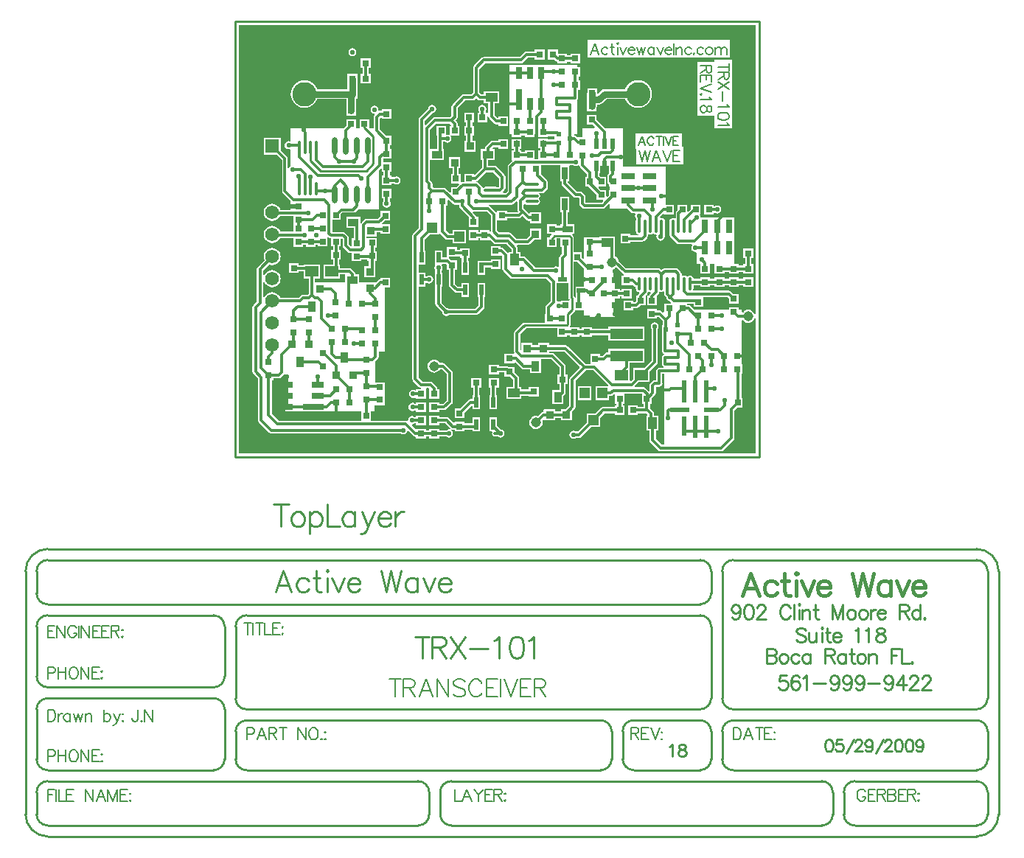
<source format=gtl>
%FSLAX23Y23*%
%MOIN*%
G70*
G01*
G75*
G04 Layer_Physical_Order=1*
G04 Layer_Color=255*
%ADD10R,0.030X0.030*%
%ADD11R,0.030X0.030*%
%ADD12R,0.025X0.055*%
%ADD13R,0.025X0.095*%
%ADD14R,0.040X0.055*%
%ADD15R,0.055X0.040*%
%ADD16R,0.036X0.050*%
%ADD17R,0.036X0.036*%
%ADD18R,0.060X0.050*%
%ADD19R,0.150X0.050*%
%ADD20C,0.012*%
%ADD21R,0.024X0.024*%
%ADD22R,0.036X0.036*%
%ADD23R,0.050X0.036*%
%ADD24R,0.047X0.047*%
%ADD25R,0.047X0.047*%
%ADD26R,0.039X0.039*%
%ADD27R,0.039X0.020*%
%ADD28O,0.016X0.060*%
%ADD29R,0.020X0.050*%
%ADD30O,0.016X0.060*%
%ADD31O,0.024X0.080*%
%ADD32O,0.060X0.016*%
%ADD33R,0.059X0.031*%
%ADD34R,0.031X0.059*%
%ADD35R,0.090X0.024*%
%ADD36R,0.024X0.100*%
%ADD37R,0.070X0.024*%
%ADD38R,0.024X0.090*%
%ADD39R,0.055X0.025*%
%ADD40R,0.095X0.025*%
%ADD41R,0.020X0.030*%
%ADD42C,0.014*%
%ADD43C,0.012*%
%ADD44C,0.010*%
%ADD45C,0.030*%
%ADD46C,0.020*%
%ADD47C,0.008*%
%ADD48C,0.009*%
%ADD49C,0.005*%
%ADD50C,0.015*%
%ADD51C,0.045*%
%ADD52C,0.075*%
%ADD53C,0.140*%
%ADD54C,0.060*%
%ADD55C,0.062*%
%ADD56R,0.062X0.062*%
%ADD57C,0.110*%
%ADD58C,0.022*%
G36*
X1702Y768D02*
X1707Y765D01*
X1706Y760D01*
X1698D01*
Y716D01*
X1742D01*
Y716D01*
X1747Y718D01*
X1752Y713D01*
X1757Y710D01*
X1761Y709D01*
Y701D01*
X1762Y695D01*
X1765Y690D01*
X1770Y687D01*
X1776Y686D01*
X1777Y680D01*
X1774Y677D01*
X1771Y673D01*
X1770Y669D01*
X1762D01*
Y645D01*
X1756Y639D01*
X1750D01*
Y647D01*
X1706D01*
Y603D01*
X1750D01*
Y611D01*
X1762D01*
X1762Y611D01*
X1767Y612D01*
X1772Y615D01*
X1782Y625D01*
X1806D01*
Y669D01*
X1812Y675D01*
X1812Y675D01*
X1815Y679D01*
X1816Y685D01*
X1816Y685D01*
Y685D01*
X1820Y688D01*
X1821Y687D01*
X1827Y686D01*
X1828Y686D01*
X1830Y682D01*
X1825Y676D01*
X1822Y672D01*
X1821Y669D01*
X1813D01*
Y625D01*
X1857D01*
Y668D01*
X1863Y674D01*
X1863Y674D01*
X1866Y678D01*
X1867Y684D01*
X1867Y684D01*
Y685D01*
X1871Y688D01*
X1873Y687D01*
X1878Y686D01*
X1884Y687D01*
X1885Y688D01*
X1890Y685D01*
Y676D01*
X1890Y676D01*
X1891Y671D01*
X1894Y666D01*
X1899Y661D01*
X1900Y656D01*
X1904Y650D01*
X1910Y646D01*
X1915Y645D01*
X1920Y640D01*
X1920Y635D01*
X1917Y633D01*
X1890D01*
Y595D01*
X1885Y593D01*
X1881Y597D01*
X1876Y600D01*
X1871Y601D01*
X1871Y601D01*
X1857D01*
Y609D01*
X1813D01*
Y565D01*
X1857D01*
Y573D01*
X1865D01*
X1884Y554D01*
Y534D01*
X1879D01*
Y497D01*
X1880D01*
Y420D01*
X1881Y415D01*
X1884Y410D01*
X1888Y407D01*
X1889Y407D01*
Y402D01*
X1888Y402D01*
X1884Y399D01*
X1881Y395D01*
X1880Y390D01*
Y360D01*
X1881Y355D01*
X1884Y350D01*
X1888Y348D01*
X1886Y343D01*
X1868D01*
X1863Y342D01*
X1859Y339D01*
X1856Y335D01*
X1855Y330D01*
Y293D01*
Y286D01*
X1847D01*
X1842Y285D01*
X1840Y284D01*
X1837Y282D01*
X1837Y282D01*
X1828Y273D01*
X1825Y268D01*
X1824Y263D01*
X1824Y263D01*
Y239D01*
X1819Y237D01*
X1807Y250D01*
X1802Y253D01*
X1797Y254D01*
X1797Y254D01*
X1758D01*
X1756Y259D01*
X1775Y278D01*
X1824D01*
Y327D01*
X1857Y360D01*
X1857Y360D01*
X1859Y363D01*
X1860Y365D01*
X1861Y370D01*
X1861Y370D01*
Y518D01*
X1864Y522D01*
X1865Y529D01*
X1864Y536D01*
X1860Y542D01*
X1854Y546D01*
X1847Y548D01*
X1840Y546D01*
X1834Y542D01*
X1830Y536D01*
X1829Y529D01*
X1830Y522D01*
X1833Y518D01*
Y376D01*
X1799Y342D01*
X1750D01*
Y293D01*
X1739Y282D01*
X1734Y284D01*
Y342D01*
X1734D01*
X1733Y343D01*
X1733Y344D01*
X1733Y344D01*
Y365D01*
X1801D01*
Y429D01*
X1637D01*
Y411D01*
X1630D01*
X1630Y411D01*
X1625Y410D01*
X1620Y407D01*
X1620Y407D01*
X1611Y397D01*
X1600D01*
Y405D01*
X1556D01*
Y361D01*
X1554Y359D01*
X1536D01*
X1455Y440D01*
X1450Y443D01*
X1445Y444D01*
X1445Y444D01*
X1370D01*
Y455D01*
X1320D01*
Y444D01*
X1295D01*
Y455D01*
X1245D01*
Y422D01*
X1243Y421D01*
X1239Y424D01*
Y494D01*
X1265Y520D01*
X1267Y523D01*
X1406D01*
Y482D01*
X1450D01*
Y490D01*
X1462D01*
Y482D01*
X1506D01*
Y490D01*
X1518D01*
Y482D01*
X1562D01*
Y490D01*
X1637D01*
Y465D01*
X1801D01*
Y529D01*
X1637D01*
Y518D01*
X1562D01*
Y526D01*
X1518D01*
Y518D01*
X1506D01*
Y526D01*
X1465D01*
X1463Y531D01*
X1464Y531D01*
X1466Y535D01*
X1467Y540D01*
Y580D01*
X1484Y596D01*
X1486Y600D01*
X1487Y602D01*
X1527D01*
X1528Y601D01*
Y573D01*
X1668D01*
Y656D01*
X1689D01*
Y664D01*
X1698D01*
Y656D01*
X1742D01*
Y700D01*
X1698D01*
Y692D01*
X1689D01*
Y700D01*
X1668D01*
Y794D01*
X1670Y794D01*
X1673Y797D01*
X1702Y768D01*
D02*
G37*
G36*
X1144Y1200D02*
Y1162D01*
X1141Y1160D01*
X1132D01*
X1127Y1161D01*
X1083D01*
X1077Y1160D01*
X1072Y1156D01*
X1072Y1157D01*
X1067Y1160D01*
X1067Y1160D01*
X1064Y1165D01*
X1050Y1179D01*
X1046Y1181D01*
X1041Y1182D01*
Y1185D01*
X1042Y1185D01*
X1047Y1188D01*
X1086Y1227D01*
X1117D01*
X1144Y1200D01*
D02*
G37*
G36*
X928Y1439D02*
Y1436D01*
X920D01*
Y1397D01*
X916Y1395D01*
X909Y1397D01*
X908Y1396D01*
X904Y1399D01*
Y1436D01*
X860D01*
Y1392D01*
X865D01*
Y1378D01*
Y1332D01*
X831D01*
Y1419D01*
X859Y1447D01*
X920D01*
X928Y1439D01*
D02*
G37*
G36*
X1457Y725D02*
Y661D01*
X1458Y656D01*
X1460Y652D01*
X1462Y651D01*
X1460Y646D01*
X1423D01*
Y644D01*
X1419Y641D01*
X1414Y642D01*
X1409Y641D01*
X1405Y644D01*
Y726D01*
X1455D01*
X1457Y725D01*
D02*
G37*
G36*
X1226Y1092D02*
Y1057D01*
X1226Y1057D01*
X1227Y1052D01*
X1229Y1049D01*
X1226Y1044D01*
X1179D01*
Y1053D01*
X1135D01*
Y1049D01*
X1130Y1047D01*
X1130Y1047D01*
X1130Y1047D01*
X1104Y1073D01*
X1099Y1076D01*
X1094Y1077D01*
X1096Y1079D01*
X1127D01*
X1132Y1080D01*
X1201D01*
X1201Y1080D01*
X1207Y1081D01*
X1211Y1084D01*
X1221Y1094D01*
X1226Y1092D01*
D02*
G37*
G36*
X1528Y791D02*
Y708D01*
X1489D01*
Y675D01*
X1491D01*
Y662D01*
X1486Y660D01*
X1484Y664D01*
X1481Y666D01*
Y821D01*
X1498D01*
X1528Y791D01*
D02*
G37*
G36*
X1641Y1223D02*
X1638Y1219D01*
X1635Y1215D01*
X1634Y1209D01*
X1634Y1209D01*
Y1184D01*
Y1184D01*
X1635Y1178D01*
X1638Y1173D01*
X1639Y1173D01*
Y1162D01*
X1645D01*
Y1146D01*
X1639D01*
Y1122D01*
X1633Y1116D01*
X1628Y1118D01*
Y1146D01*
X1604D01*
X1593Y1157D01*
X1595Y1162D01*
X1628D01*
Y1206D01*
X1604D01*
X1597Y1213D01*
Y1222D01*
X1600D01*
Y1254D01*
X1641D01*
Y1223D01*
D02*
G37*
G36*
X1482Y1256D02*
X1489Y1255D01*
X1496Y1256D01*
X1502Y1260D01*
X1504Y1259D01*
X1506Y1257D01*
X1507Y1255D01*
X1510Y1250D01*
X1540Y1220D01*
Y1206D01*
X1532D01*
Y1162D01*
X1548D01*
X1584Y1126D01*
Y1102D01*
X1612D01*
X1614Y1097D01*
X1606Y1089D01*
X1536D01*
X1534Y1091D01*
Y1115D01*
X1533Y1120D01*
X1532Y1122D01*
X1530Y1125D01*
X1530Y1125D01*
X1520Y1135D01*
X1515Y1138D01*
X1510Y1139D01*
X1510Y1139D01*
X1496D01*
X1454Y1181D01*
Y1186D01*
X1459D01*
Y1255D01*
X1459D01*
Y1256D01*
X1463Y1260D01*
X1476D01*
X1482Y1256D01*
D02*
G37*
G36*
X1891Y-6D02*
X1879D01*
X1852Y21D01*
Y58D01*
X1865D01*
Y127D01*
X1844D01*
Y136D01*
X1843Y141D01*
X1841Y143D01*
X1839Y146D01*
X1839Y146D01*
X1826Y159D01*
Y180D01*
X1833D01*
Y203D01*
X1848Y218D01*
X1851Y223D01*
X1853Y228D01*
X1853Y228D01*
Y257D01*
X1853Y257D01*
X1868D01*
X1874Y258D01*
X1878Y262D01*
X1881Y266D01*
X1883Y272D01*
X1881Y277D01*
Y293D01*
Y316D01*
X1891D01*
Y-6D01*
D02*
G37*
G36*
X2303Y585D02*
X2298Y584D01*
X2296Y590D01*
X2291Y596D01*
X2285Y601D01*
X2278Y604D01*
X2270Y605D01*
X2262Y604D01*
X2255Y601D01*
X2249Y596D01*
X2246Y592D01*
X2241Y594D01*
Y607D01*
X2227D01*
Y617D01*
X2183D01*
Y607D01*
X2024D01*
X2010Y621D01*
X2005Y624D01*
X2000Y625D01*
X2000Y625D01*
X1994D01*
Y633D01*
X2023D01*
Y618D01*
X2067D01*
Y662D01*
X2068Y663D01*
X2177D01*
X2183Y657D01*
Y633D01*
X2227D01*
Y677D01*
X2203D01*
X2193Y687D01*
X2188Y690D01*
X2183Y691D01*
X2183Y691D01*
X2023D01*
X2020Y695D01*
X2022Y701D01*
Y716D01*
X2053D01*
Y708D01*
X2097D01*
Y716D01*
X2118D01*
Y708D01*
X2162D01*
Y716D01*
X2183D01*
Y708D01*
X2227D01*
Y716D01*
X2248D01*
Y708D01*
X2292D01*
Y752D01*
X2248D01*
Y744D01*
X2227D01*
Y752D01*
X2183D01*
Y744D01*
X2162D01*
Y752D01*
X2118D01*
Y744D01*
X2097D01*
Y752D01*
X2053D01*
Y744D01*
X2022D01*
Y745D01*
X2020Y751D01*
X2017Y756D01*
X2012Y759D01*
X2006Y760D01*
X2000Y759D01*
X1996Y756D01*
X1992D01*
X1987Y759D01*
X1981Y760D01*
X1975Y759D01*
X1974Y759D01*
X1969Y761D01*
Y765D01*
X1968Y771D01*
X1967Y772D01*
X1965Y775D01*
X1965Y775D01*
X1952Y788D01*
X1947Y791D01*
X1942Y792D01*
X1942Y792D01*
X1892D01*
X1892Y792D01*
X1887Y791D01*
X1882Y788D01*
X1882Y788D01*
X1878Y785D01*
X1875Y788D01*
X1870Y791D01*
X1865Y792D01*
X1865Y792D01*
X1718D01*
X1684Y826D01*
X1684Y828D01*
X1681Y835D01*
X1676Y841D01*
X1670Y846D01*
X1668Y846D01*
Y933D01*
X1666D01*
Y935D01*
X1597D01*
Y933D01*
X1574D01*
Y933D01*
X1530D01*
Y933D01*
X1528D01*
Y838D01*
X1524Y836D01*
X1518Y841D01*
Y865D01*
X1481D01*
Y931D01*
X1480Y936D01*
X1478Y940D01*
X1478Y940D01*
X1478Y940D01*
X1478D01*
X1474Y944D01*
X1476Y948D01*
X1485D01*
Y992D01*
X1454D01*
Y1046D01*
X1459D01*
Y1115D01*
X1420D01*
Y1046D01*
X1426D01*
Y992D01*
X1420D01*
Y984D01*
X1404D01*
Y992D01*
X1360D01*
Y948D01*
X1379D01*
X1381Y944D01*
X1373Y936D01*
X1371Y932D01*
X1371Y932D01*
X1360D01*
Y888D01*
X1404D01*
Y928D01*
X1420D01*
Y888D01*
X1428D01*
Y859D01*
X1419Y850D01*
X1416Y845D01*
X1414Y840D01*
X1414Y840D01*
Y800D01*
X1410Y798D01*
X1407Y800D01*
X1400Y802D01*
X1393Y800D01*
X1389Y797D01*
X1306D01*
X1262Y841D01*
X1257Y844D01*
X1252Y845D01*
X1252Y845D01*
X1241D01*
Y866D01*
X1228D01*
Y883D01*
X1227Y889D01*
X1226Y890D01*
X1224Y893D01*
X1224Y893D01*
X1224Y893D01*
X1226Y898D01*
X1273D01*
X1273Y898D01*
X1278Y899D01*
X1283Y902D01*
X1302Y921D01*
X1332D01*
Y971D01*
X1282D01*
Y941D01*
X1267Y926D01*
X1224D01*
X1200Y950D01*
X1195Y953D01*
X1190Y954D01*
X1190Y954D01*
X1144D01*
X1134Y964D01*
Y1009D01*
X1135D01*
Y1009D01*
X1179D01*
Y1018D01*
X1232D01*
X1237Y1019D01*
X1241Y1022D01*
X1248Y1029D01*
X1266Y1011D01*
X1266Y1011D01*
X1271Y1008D01*
X1276Y1007D01*
X1276Y1007D01*
X1282D01*
Y996D01*
X1332D01*
Y1046D01*
X1282D01*
Y1042D01*
X1277Y1040D01*
X1259Y1058D01*
X1259Y1058D01*
X1254Y1063D01*
Y1080D01*
X1259Y1084D01*
X1264Y1080D01*
X1270Y1079D01*
X1314D01*
X1320Y1080D01*
X1325Y1084D01*
X1328Y1089D01*
X1329Y1094D01*
X1328Y1100D01*
X1325Y1105D01*
Y1109D01*
X1328Y1114D01*
X1329Y1120D01*
X1328Y1126D01*
X1325Y1131D01*
X1325Y1131D01*
X1336D01*
X1336Y1131D01*
X1342Y1132D01*
X1347Y1135D01*
X1359Y1148D01*
X1362Y1153D01*
X1363Y1158D01*
X1363Y1158D01*
Y1181D01*
X1363Y1181D01*
X1362Y1187D01*
X1361Y1188D01*
X1359Y1191D01*
X1359Y1191D01*
X1332Y1218D01*
Y1220D01*
X1333D01*
Y1260D01*
X1420D01*
Y1255D01*
X1420D01*
Y1186D01*
X1426D01*
Y1175D01*
X1426Y1175D01*
X1427Y1170D01*
X1430Y1165D01*
X1480Y1115D01*
X1480Y1115D01*
X1485Y1112D01*
X1490Y1111D01*
X1490Y1111D01*
X1504D01*
X1506Y1109D01*
Y1085D01*
X1506Y1085D01*
X1507Y1080D01*
X1510Y1075D01*
X1520Y1065D01*
X1520Y1065D01*
X1523Y1063D01*
X1525Y1062D01*
X1530Y1061D01*
X1612D01*
X1612Y1061D01*
X1617Y1062D01*
X1622Y1065D01*
X1641Y1084D01*
X1645Y1082D01*
Y1062D01*
X1724D01*
X1740Y1046D01*
X1744Y1043D01*
X1750Y1042D01*
X1757D01*
X1759Y1038D01*
X1759Y1037D01*
X1758Y1030D01*
X1759Y1023D01*
X1763Y1018D01*
Y1012D01*
X1762Y1011D01*
X1761Y1005D01*
Y961D01*
X1762Y955D01*
X1765Y950D01*
X1770Y947D01*
X1772Y946D01*
X1772Y941D01*
X1737D01*
Y949D01*
X1693D01*
Y905D01*
X1737D01*
Y913D01*
X1791D01*
X1791Y913D01*
X1796Y914D01*
X1801Y917D01*
X1812Y928D01*
X1812Y928D01*
X1815Y932D01*
X1816Y938D01*
X1816Y938D01*
Y945D01*
X1820Y948D01*
X1821Y947D01*
X1827Y946D01*
X1833Y947D01*
X1838Y950D01*
X1842D01*
X1847Y947D01*
X1853Y946D01*
X1854Y946D01*
X1857Y942D01*
X1856Y942D01*
X1855Y935D01*
X1856Y928D01*
X1860Y922D01*
X1866Y918D01*
X1873Y916D01*
X1880Y918D01*
X1886Y922D01*
X1890Y928D01*
X1892Y935D01*
X1892Y935D01*
X1893Y940D01*
X1893Y940D01*
Y956D01*
X1894Y961D01*
Y1005D01*
X1892Y1011D01*
X1889Y1016D01*
X1884Y1019D01*
X1878Y1020D01*
X1873Y1019D01*
X1871Y1024D01*
X1885Y1038D01*
X1890Y1037D01*
Y1036D01*
X1934D01*
Y1080D01*
X1897D01*
Y1253D01*
X1702D01*
Y1427D01*
X1622D01*
X1585Y1463D01*
Y1487D01*
X1541D01*
Y1443D01*
X1565D01*
X1577Y1432D01*
X1575Y1427D01*
X1521D01*
Y1385D01*
X1498D01*
X1498Y1385D01*
Y1385D01*
X1496Y1385D01*
X1492Y1389D01*
X1492Y1389D01*
X1492Y1389D01*
X1492Y1389D01*
X1488Y1391D01*
X1483Y1392D01*
X1482D01*
Y1398D01*
X1483Y1399D01*
X1498D01*
Y1555D01*
X1500Y1558D01*
X1501Y1563D01*
Y1599D01*
X1510D01*
Y1643D01*
X1502D01*
Y1659D01*
X1510D01*
Y1703D01*
X1498D01*
Y1712D01*
X1190D01*
Y1399D01*
X1201D01*
Y1386D01*
X1245D01*
Y1393D01*
X1261D01*
Y1386D01*
X1305D01*
Y1399D01*
X1321D01*
Y1386D01*
X1365D01*
Y1389D01*
X1393D01*
Y1380D01*
X1393Y1380D01*
X1393Y1379D01*
X1393Y1374D01*
X1365D01*
Y1378D01*
X1344D01*
X1343Y1378D01*
X1341Y1378D01*
X1321D01*
Y1334D01*
X1329D01*
Y1326D01*
X1321D01*
Y1286D01*
X1305D01*
Y1326D01*
X1261D01*
Y1318D01*
X1245D01*
Y1326D01*
X1237D01*
Y1333D01*
X1245D01*
Y1377D01*
X1229D01*
X1228Y1377D01*
X1223Y1378D01*
X1217Y1377D01*
X1217Y1377D01*
X1201D01*
Y1333D01*
X1209D01*
Y1326D01*
X1201D01*
Y1282D01*
X1201Y1282D01*
X1201D01*
X1203Y1278D01*
X1186Y1261D01*
X1183Y1256D01*
X1182Y1251D01*
Y1143D01*
X1172Y1133D01*
X1162D01*
X1160Y1138D01*
X1168Y1146D01*
X1168Y1146D01*
X1171Y1151D01*
X1172Y1156D01*
X1172Y1156D01*
Y1206D01*
X1172Y1206D01*
X1171Y1212D01*
X1168Y1216D01*
X1168Y1216D01*
X1133Y1251D01*
X1128Y1254D01*
X1123Y1255D01*
X1123Y1255D01*
X1094D01*
Y1281D01*
X1125D01*
Y1331D01*
X1115D01*
X1113Y1335D01*
X1118Y1340D01*
X1141D01*
Y1333D01*
X1185D01*
Y1377D01*
X1141D01*
Y1369D01*
X1112D01*
X1112Y1369D01*
X1106Y1368D01*
X1102Y1365D01*
X1102Y1365D01*
X1083Y1346D01*
X1080Y1341D01*
X1079Y1336D01*
X1079Y1336D01*
Y1331D01*
X1061D01*
Y1281D01*
X1066D01*
Y1247D01*
X1035Y1216D01*
X1030Y1218D01*
Y1220D01*
X986D01*
Y1182D01*
X979D01*
X974Y1181D01*
X970Y1184D01*
Y1220D01*
X961D01*
Y1244D01*
X967D01*
Y1294D01*
X917D01*
Y1244D01*
X935D01*
Y1220D01*
X926D01*
Y1176D01*
X961D01*
X963Y1172D01*
X951Y1160D01*
X926D01*
Y1137D01*
X921Y1135D01*
X904Y1152D01*
X899Y1155D01*
X894Y1156D01*
X894Y1156D01*
X847D01*
X842Y1161D01*
Y1174D01*
X842Y1174D01*
X841Y1179D01*
X838Y1184D01*
X838Y1184D01*
X831Y1190D01*
Y1282D01*
X894D01*
Y1332D01*
X891D01*
Y1365D01*
X896D01*
X902Y1361D01*
X909Y1360D01*
X916Y1361D01*
X922Y1365D01*
X926Y1371D01*
X927Y1378D01*
X926Y1385D01*
X922Y1391D01*
X922Y1392D01*
X964D01*
Y1436D01*
X956D01*
Y1445D01*
X956Y1445D01*
X955Y1451D01*
X954Y1452D01*
X952Y1455D01*
X952Y1455D01*
X946Y1461D01*
X952Y1467D01*
X952Y1467D01*
X954Y1470D01*
X955Y1472D01*
X956Y1477D01*
X956Y1477D01*
Y1517D01*
X990Y1551D01*
X1024D01*
X1024Y1551D01*
X1029Y1553D01*
X1034Y1556D01*
X1040Y1562D01*
X1046Y1556D01*
X1046Y1556D01*
X1051Y1553D01*
X1056Y1551D01*
X1056Y1551D01*
X1074D01*
Y1539D01*
X1095D01*
Y1496D01*
X1090D01*
Y1496D01*
X1082D01*
Y1502D01*
X1085Y1506D01*
X1086Y1513D01*
X1085Y1520D01*
X1081Y1526D01*
X1075Y1530D01*
X1068Y1532D01*
X1061Y1530D01*
X1055Y1526D01*
X1051Y1520D01*
X1050Y1513D01*
X1051Y1506D01*
X1054Y1502D01*
Y1496D01*
X1046D01*
Y1452D01*
X1090D01*
Y1478D01*
X1095Y1478D01*
X1096Y1474D01*
X1099Y1469D01*
X1120Y1448D01*
X1120Y1448D01*
X1125Y1445D01*
X1130Y1443D01*
X1130Y1443D01*
X1141D01*
Y1436D01*
X1185D01*
Y1480D01*
X1141D01*
Y1474D01*
X1136Y1472D01*
X1123Y1485D01*
Y1539D01*
X1143D01*
Y1593D01*
X1074D01*
Y1580D01*
X1062D01*
X1054Y1588D01*
Y1693D01*
X1080Y1719D01*
X1243D01*
X1243Y1719D01*
X1248Y1720D01*
X1253Y1724D01*
X1274Y1744D01*
X1305D01*
Y1737D01*
X1349D01*
Y1781D01*
X1305D01*
Y1773D01*
X1268D01*
X1262Y1772D01*
X1258Y1769D01*
X1258Y1769D01*
X1237Y1748D01*
X1074D01*
X1074Y1748D01*
X1069Y1747D01*
X1064Y1744D01*
X1064Y1744D01*
X1030Y1709D01*
X1027Y1705D01*
X1026Y1699D01*
X1026Y1699D01*
Y1588D01*
X1018Y1580D01*
X985D01*
X985Y1580D01*
X979Y1579D01*
X974Y1576D01*
X974Y1576D01*
X932Y1533D01*
X929Y1529D01*
X928Y1523D01*
X928Y1523D01*
Y1483D01*
X920Y1475D01*
X853D01*
X853Y1475D01*
X848Y1474D01*
X843Y1471D01*
X843Y1471D01*
X812Y1440D01*
X807Y1442D01*
Y1459D01*
X843Y1495D01*
X848Y1496D01*
X854Y1500D01*
X858Y1506D01*
X859Y1513D01*
X858Y1520D01*
X854Y1526D01*
X848Y1530D01*
X841Y1532D01*
X834Y1530D01*
X828Y1526D01*
X824Y1520D01*
X823Y1515D01*
X783Y1475D01*
X780Y1471D01*
X779Y1465D01*
X779Y1465D01*
Y974D01*
X755Y950D01*
X752Y946D01*
X751Y940D01*
X751Y940D01*
Y292D01*
X751Y292D01*
X752Y287D01*
X755Y282D01*
X781Y256D01*
X781Y256D01*
X786Y253D01*
X790Y252D01*
X789Y247D01*
X768D01*
Y242D01*
X764Y240D01*
X762Y241D01*
X755Y243D01*
X748Y241D01*
X742Y237D01*
X738Y231D01*
X737Y224D01*
X738Y217D01*
X742Y211D01*
X748Y207D01*
X755Y206D01*
X762Y207D01*
X764Y208D01*
X768Y206D01*
Y203D01*
X812D01*
Y247D01*
X812D01*
Y248D01*
X816Y252D01*
X825D01*
X828Y248D01*
X828Y247D01*
X828D01*
X828Y247D01*
Y203D01*
X872D01*
Y247D01*
X864D01*
Y249D01*
X863Y255D01*
X862Y256D01*
X860Y259D01*
X860Y259D01*
X843Y276D01*
X838Y279D01*
X833Y280D01*
X833Y280D01*
X797D01*
X779Y298D01*
Y709D01*
X811D01*
Y727D01*
X817D01*
X821Y724D01*
X828Y723D01*
X835Y724D01*
X841Y728D01*
X845Y734D01*
X846Y741D01*
X845Y748D01*
X841Y754D01*
X835Y758D01*
X828Y760D01*
X821Y758D01*
X817Y755D01*
X811D01*
Y773D01*
X779D01*
Y809D01*
X811D01*
Y873D01*
X808D01*
Y922D01*
X831Y945D01*
X872D01*
Y949D01*
X876Y950D01*
X878Y948D01*
X900Y926D01*
X900Y926D01*
X905Y923D01*
X910Y922D01*
X910Y922D01*
X932D01*
Y905D01*
X994D01*
Y966D01*
X932D01*
Y950D01*
X916D01*
X902Y964D01*
Y1074D01*
X910D01*
Y1100D01*
X914Y1102D01*
X932Y1084D01*
X932Y1084D01*
X937Y1081D01*
X942Y1080D01*
X942Y1080D01*
X962D01*
Y1074D01*
X962Y1074D01*
X963Y1069D01*
X966Y1064D01*
X1006Y1024D01*
Y980D01*
X1050D01*
Y1024D01*
X1042D01*
X1041Y1028D01*
X1038Y1032D01*
X1025Y1045D01*
X1026Y1049D01*
X1088D01*
X1106Y1031D01*
Y959D01*
X1105Y959D01*
X1100Y960D01*
X1100Y961D01*
Y964D01*
X1056D01*
Y956D01*
X1050D01*
Y964D01*
X1006D01*
Y920D01*
X1050D01*
Y928D01*
X1056D01*
Y920D01*
X1100D01*
X1100Y920D01*
Y920D01*
X1102Y921D01*
X1118Y905D01*
X1118Y905D01*
X1123Y902D01*
X1128Y901D01*
X1128Y901D01*
X1176D01*
X1200Y877D01*
Y866D01*
X1187D01*
Y865D01*
X1182Y863D01*
X1182Y863D01*
X1182Y863D01*
X1164Y881D01*
X1159Y884D01*
X1154Y885D01*
X1154Y885D01*
X1150D01*
Y893D01*
X1106D01*
Y849D01*
X1150D01*
X1150Y849D01*
Y849D01*
X1154Y851D01*
X1158Y847D01*
Y789D01*
X1158Y789D01*
X1159Y784D01*
X1162Y779D01*
X1192Y749D01*
X1192Y749D01*
X1197Y746D01*
X1202Y745D01*
X1202Y745D01*
X1358D01*
X1377Y726D01*
Y645D01*
X1357Y625D01*
X1354Y621D01*
X1353Y615D01*
X1353Y615D01*
Y586D01*
X1350D01*
Y547D01*
X1260D01*
X1255Y546D01*
X1251Y544D01*
X1251Y544D01*
X1250Y543D01*
X1245Y540D01*
X1215Y510D01*
X1212Y505D01*
X1211Y500D01*
X1211Y500D01*
Y415D01*
X1211Y415D01*
X1212Y411D01*
X1209Y408D01*
X1208Y407D01*
X1168D01*
Y363D01*
X1212D01*
Y366D01*
X1217Y368D01*
X1245Y340D01*
X1245Y340D01*
X1250Y337D01*
X1255Y336D01*
X1255Y336D01*
X1282D01*
Y318D01*
X1332D01*
Y381D01*
X1379D01*
X1416Y344D01*
Y312D01*
X1408D01*
Y268D01*
X1416D01*
Y242D01*
X1385D01*
Y178D01*
X1435D01*
Y215D01*
X1440Y220D01*
X1440Y220D01*
X1443Y225D01*
X1444Y230D01*
X1444Y230D01*
Y268D01*
X1452D01*
Y312D01*
X1444D01*
Y350D01*
X1444Y350D01*
X1443Y355D01*
X1440Y360D01*
X1440Y360D01*
X1395Y405D01*
X1390Y408D01*
X1385Y409D01*
X1385Y409D01*
X1370D01*
Y416D01*
X1439D01*
X1507Y347D01*
Y343D01*
X1465Y300D01*
X1462Y295D01*
X1461Y290D01*
X1461Y290D01*
Y171D01*
X1445Y155D01*
X1422D01*
Y144D01*
X1397D01*
Y155D01*
X1347D01*
Y154D01*
X1345Y144D01*
X1340Y143D01*
X1335Y140D01*
X1335Y140D01*
X1318Y123D01*
X1318Y124D01*
X1310Y125D01*
X1302Y124D01*
X1295Y121D01*
X1289Y116D01*
X1284Y110D01*
X1281Y103D01*
X1280Y95D01*
X1281Y87D01*
X1284Y80D01*
X1289Y74D01*
X1295Y69D01*
X1302Y66D01*
X1310Y65D01*
X1318Y66D01*
X1325Y69D01*
X1331Y74D01*
X1336Y80D01*
X1339Y87D01*
X1340Y95D01*
X1339Y103D01*
X1338Y103D01*
X1342Y107D01*
X1347Y105D01*
Y105D01*
X1397D01*
Y116D01*
X1422D01*
Y105D01*
X1472D01*
Y142D01*
X1485Y155D01*
X1485Y155D01*
X1488Y160D01*
X1489Y165D01*
X1489Y165D01*
Y284D01*
X1536Y331D01*
X1569D01*
X1637Y263D01*
X1635Y259D01*
X1579D01*
Y197D01*
X1640D01*
Y214D01*
X1648D01*
X1648Y214D01*
X1653Y215D01*
X1658Y218D01*
X1663Y223D01*
X1667Y221D01*
Y180D01*
X1675D01*
Y173D01*
X1667D01*
Y165D01*
X1615D01*
X1609Y164D01*
X1607Y162D01*
X1605Y161D01*
X1605Y161D01*
X1580Y137D01*
X1539D01*
Y95D01*
X1499Y54D01*
X1490D01*
X1486Y57D01*
X1479Y58D01*
X1472Y57D01*
X1466Y53D01*
X1462Y47D01*
X1461Y40D01*
X1462Y33D01*
X1466Y27D01*
X1472Y23D01*
X1479Y22D01*
X1486Y23D01*
X1490Y26D01*
X1505D01*
X1505Y26D01*
X1510Y27D01*
X1515Y30D01*
X1561Y75D01*
X1601D01*
Y116D01*
X1621Y136D01*
X1667D01*
Y129D01*
X1711D01*
Y173D01*
X1704D01*
Y180D01*
X1711D01*
Y222D01*
X1711Y222D01*
X1711Y224D01*
X1714Y226D01*
X1789D01*
Y224D01*
X1789D01*
Y180D01*
X1797D01*
Y165D01*
X1771D01*
Y173D01*
X1727D01*
Y129D01*
X1771D01*
Y136D01*
X1808D01*
X1808Y136D01*
X1808Y136D01*
X1813Y131D01*
X1812Y127D01*
X1811D01*
Y58D01*
X1824D01*
Y16D01*
X1824Y16D01*
X1825Y10D01*
X1828Y5D01*
X1863Y-30D01*
X1863Y-30D01*
X1868Y-33D01*
X1873Y-34D01*
X1873Y-34D01*
X2148D01*
X2148Y-34D01*
X2154Y-33D01*
X2158Y-30D01*
X2203Y15D01*
X2203Y15D01*
X2207Y20D01*
X2208Y25D01*
X2208Y25D01*
Y148D01*
X2222Y162D01*
X2245D01*
Y206D01*
X2241D01*
Y314D01*
X2243D01*
Y358D01*
X2241D01*
Y556D01*
X2246Y558D01*
X2249Y554D01*
X2255Y549D01*
X2262Y546D01*
X2270Y545D01*
X2278Y546D01*
X2285Y549D01*
X2291Y554D01*
X2296Y560D01*
X2298Y566D01*
X2303Y565D01*
Y-43D01*
X-32D01*
Y1893D01*
X2303D01*
Y585D01*
D02*
G37*
%LPC*%
G36*
X952Y888D02*
X908D01*
Y844D01*
D01*
Y844D01*
X905Y841D01*
X886D01*
Y873D01*
X852D01*
Y809D01*
X852D01*
X854Y805D01*
X852Y801D01*
X851Y794D01*
X852Y787D01*
X855Y783D01*
Y773D01*
X852D01*
Y709D01*
X855D01*
Y631D01*
X855Y631D01*
X856Y626D01*
X859Y621D01*
X887Y593D01*
X888Y588D01*
X892Y582D01*
X898Y578D01*
X905Y577D01*
X912Y578D01*
X916Y581D01*
X1040D01*
X1040Y581D01*
X1045Y582D01*
X1050Y585D01*
X1074Y609D01*
X1074Y609D01*
X1076Y612D01*
X1077Y614D01*
X1078Y619D01*
Y663D01*
X1081D01*
Y727D01*
X1047D01*
Y663D01*
X1050D01*
Y625D01*
X1034Y609D01*
X916D01*
X912Y612D01*
X907Y613D01*
X883Y637D01*
Y709D01*
X886D01*
Y773D01*
X883D01*
Y783D01*
X886Y787D01*
X887Y794D01*
X886Y801D01*
X882Y807D01*
X883Y809D01*
X886D01*
Y813D01*
X903D01*
X908Y808D01*
Y784D01*
X916D01*
Y717D01*
X916Y717D01*
X917Y712D01*
X920Y707D01*
X942Y685D01*
X947Y682D01*
X952Y681D01*
X952Y681D01*
X972D01*
Y663D01*
X1006D01*
Y727D01*
X972D01*
Y709D01*
X958D01*
X944Y723D01*
Y784D01*
X952D01*
Y828D01*
X928D01*
X919Y837D01*
X916Y839D01*
X917Y844D01*
X952D01*
Y847D01*
X967D01*
Y839D01*
X975D01*
Y827D01*
X972D01*
Y763D01*
X1006D01*
Y827D01*
X1003D01*
Y839D01*
X1011D01*
Y883D01*
X967D01*
Y875D01*
X952D01*
Y888D01*
D02*
G37*
G36*
X1133Y119D02*
X1099D01*
Y55D01*
X1110D01*
X1112Y51D01*
X1112Y50D01*
X1111Y45D01*
X1112Y40D01*
X1115Y35D01*
X1120Y32D01*
X1125Y31D01*
X1139D01*
X1143Y28D01*
X1150Y27D01*
X1157Y28D01*
X1163Y32D01*
X1167Y38D01*
X1168Y45D01*
X1167Y52D01*
X1163Y58D01*
X1157Y62D01*
X1152Y63D01*
X1133Y82D01*
Y119D01*
D02*
G37*
G36*
X1150Y833D02*
X1106D01*
Y825D01*
X1081D01*
Y827D01*
X1047D01*
Y763D01*
X1081D01*
Y797D01*
X1106D01*
Y789D01*
X1150D01*
Y833D01*
D02*
G37*
G36*
X1142Y297D02*
X1098D01*
Y253D01*
X1102D01*
Y219D01*
X1099D01*
Y155D01*
X1133D01*
Y219D01*
X1130D01*
Y253D01*
X1142D01*
Y297D01*
D02*
G37*
G36*
X1062D02*
X1018D01*
Y253D01*
X1027D01*
Y219D01*
X1024D01*
Y201D01*
X1014D01*
X1014Y201D01*
X1009Y200D01*
X1004Y197D01*
X1004Y197D01*
X966Y159D01*
X942D01*
Y115D01*
X986D01*
Y139D01*
X1019Y172D01*
X1024Y170D01*
Y155D01*
X1058D01*
Y219D01*
X1055D01*
Y253D01*
X1062D01*
Y297D01*
D02*
G37*
G36*
X1142Y357D02*
X1098D01*
Y313D01*
X1142D01*
Y321D01*
X1168D01*
Y303D01*
X1192D01*
X1206Y289D01*
Y257D01*
X1176D01*
Y203D01*
X1245D01*
Y216D01*
X1278D01*
Y213D01*
X1322D01*
Y257D01*
X1278D01*
Y244D01*
X1245D01*
Y257D01*
X1234D01*
Y295D01*
X1234Y295D01*
X1233Y300D01*
X1230Y305D01*
X1230Y305D01*
X1212Y323D01*
Y347D01*
X1187D01*
X1185Y348D01*
X1180Y349D01*
X1180Y349D01*
X1142D01*
Y357D01*
D02*
G37*
G36*
X1561Y259D02*
X1500D01*
Y197D01*
X1561D01*
Y259D01*
D02*
G37*
G36*
X850Y380D02*
X842Y379D01*
X835Y376D01*
X829Y371D01*
X824Y365D01*
X821Y358D01*
X820Y350D01*
X821Y342D01*
X824Y335D01*
X829Y329D01*
X835Y324D01*
X842Y321D01*
X850Y320D01*
X858Y321D01*
X865Y324D01*
X871Y329D01*
X876Y335D01*
X876Y336D01*
X884D01*
X906Y314D01*
Y196D01*
X889Y179D01*
X872D01*
Y187D01*
X828D01*
Y143D01*
X872D01*
Y151D01*
X895D01*
X895Y151D01*
X900Y152D01*
X905Y155D01*
X930Y180D01*
X930Y180D01*
X932Y183D01*
X933Y185D01*
X934Y190D01*
Y320D01*
X934Y320D01*
X933Y325D01*
X930Y330D01*
X930Y330D01*
X900Y360D01*
X895Y363D01*
X890Y364D01*
X890Y364D01*
X876D01*
X876Y365D01*
X871Y371D01*
X865Y376D01*
X858Y379D01*
X850Y380D01*
D02*
G37*
G36*
X812Y187D02*
X768D01*
Y179D01*
X763D01*
X759Y182D01*
X752Y184D01*
X745Y182D01*
X739Y178D01*
X735Y172D01*
X734Y165D01*
X735Y158D01*
X739Y152D01*
X745Y148D01*
X752Y147D01*
X759Y148D01*
X763Y151D01*
X768D01*
Y143D01*
X812D01*
Y187D01*
D02*
G37*
G36*
X480Y1672D02*
X478Y1672D01*
X458D01*
Y1652D01*
X458Y1650D01*
Y1603D01*
X321D01*
X321Y1604D01*
X315Y1615D01*
X307Y1624D01*
X298Y1632D01*
X287Y1638D01*
X275Y1641D01*
X263Y1642D01*
X251Y1641D01*
X239Y1638D01*
X229Y1632D01*
X219Y1624D01*
X212Y1615D01*
X206Y1604D01*
X202Y1592D01*
X201Y1580D01*
X202Y1568D01*
X206Y1556D01*
X212Y1546D01*
X219Y1536D01*
X229Y1528D01*
X239Y1523D01*
X251Y1519D01*
X263Y1518D01*
X275Y1519D01*
X287Y1523D01*
X298Y1528D01*
X307Y1536D01*
X315Y1546D01*
X321Y1556D01*
X321Y1558D01*
X453D01*
Y1505D01*
X453Y1503D01*
Y1483D01*
X473D01*
X475Y1483D01*
X477Y1483D01*
X497D01*
Y1503D01*
X497Y1505D01*
Y1558D01*
X502D01*
Y1578D01*
X502Y1580D01*
Y1650D01*
X502Y1652D01*
Y1672D01*
X482D01*
X480Y1672D01*
D02*
G37*
G36*
X1772Y1642D02*
X1760Y1641D01*
X1748Y1638D01*
X1738Y1632D01*
X1728Y1624D01*
X1721Y1615D01*
X1715Y1604D01*
X1714Y1603D01*
X1620Y1602D01*
X1616Y1602D01*
X1611Y1601D01*
X1611Y1601D01*
X1611Y1601D01*
X1608Y1598D01*
X1604Y1596D01*
X1591Y1583D01*
X1586Y1585D01*
X1586Y1585D01*
X1586Y1587D01*
Y1607D01*
X1566D01*
X1564Y1607D01*
X1562Y1607D01*
X1542D01*
Y1587D01*
X1541Y1585D01*
X1541Y1525D01*
X1541Y1523D01*
Y1503D01*
X1561D01*
X1563Y1503D01*
X1565Y1503D01*
X1585D01*
Y1523D01*
X1586Y1525D01*
X1586Y1533D01*
X1595D01*
X1604Y1534D01*
X1611Y1539D01*
X1629Y1558D01*
X1714Y1558D01*
X1715Y1556D01*
X1721Y1546D01*
X1728Y1536D01*
X1738Y1528D01*
X1748Y1523D01*
X1760Y1519D01*
X1772Y1518D01*
X1784Y1519D01*
X1796Y1523D01*
X1807Y1528D01*
X1816Y1536D01*
X1824Y1546D01*
X1830Y1556D01*
X1833Y1568D01*
X1835Y1580D01*
X1833Y1592D01*
X1830Y1604D01*
X1824Y1615D01*
X1816Y1624D01*
X1807Y1632D01*
X1796Y1638D01*
X1784Y1641D01*
X1772Y1642D01*
D02*
G37*
G36*
X580Y1528D02*
X573Y1527D01*
X567Y1523D01*
X563Y1517D01*
X562Y1510D01*
X563Y1503D01*
X567Y1497D01*
X573Y1493D01*
X580Y1492D01*
X581Y1486D01*
X580Y1485D01*
X577Y1480D01*
X576Y1475D01*
X576Y1475D01*
Y1424D01*
X558D01*
X557Y1425D01*
Y1467D01*
X513D01*
Y1424D01*
X497D01*
Y1467D01*
X453D01*
Y1438D01*
X441Y1426D01*
X440Y1424D01*
X200D01*
Y1370D01*
X196Y1367D01*
X192Y1368D01*
X185Y1366D01*
X179Y1362D01*
X175Y1356D01*
X174Y1349D01*
X175Y1342D01*
X179Y1336D01*
X185Y1332D01*
X192Y1331D01*
X196Y1332D01*
X200Y1329D01*
Y1254D01*
X197Y1252D01*
X193Y1246D01*
X188Y1247D01*
Y1289D01*
X187Y1294D01*
X184Y1298D01*
X156Y1326D01*
Y1383D01*
X80D01*
Y1307D01*
X138D01*
X162Y1283D01*
Y1142D01*
X162Y1142D01*
X162Y1141D01*
X163Y1136D01*
X166Y1132D01*
X200Y1097D01*
Y1060D01*
D01*
Y1060D01*
X198Y1057D01*
X154D01*
X152Y1064D01*
X145Y1072D01*
X137Y1078D01*
X128Y1082D01*
X118Y1084D01*
X108Y1082D01*
X99Y1078D01*
X91Y1072D01*
X85Y1064D01*
X81Y1055D01*
X80Y1045D01*
X81Y1035D01*
X85Y1026D01*
X91Y1018D01*
X99Y1012D01*
X108Y1008D01*
X118Y1007D01*
X128Y1008D01*
X137Y1012D01*
X145Y1018D01*
X152Y1026D01*
X153Y1029D01*
X214D01*
Y991D01*
Y958D01*
X154D01*
X152Y964D01*
X145Y972D01*
X137Y978D01*
X128Y982D01*
X118Y984D01*
X108Y982D01*
X99Y978D01*
X91Y972D01*
X85Y964D01*
X81Y955D01*
X80Y945D01*
X81Y935D01*
X85Y926D01*
X91Y918D01*
X99Y912D01*
X108Y908D01*
X118Y907D01*
X128Y908D01*
X137Y912D01*
X145Y918D01*
X152Y926D01*
X153Y929D01*
X214D01*
Y890D01*
X258D01*
Y899D01*
X270D01*
Y890D01*
X314D01*
Y899D01*
X324D01*
Y891D01*
X368D01*
Y932D01*
X370Y932D01*
D01*
X373Y934D01*
X373Y933D01*
X378Y930D01*
X383Y929D01*
X384D01*
Y891D01*
X393D01*
Y875D01*
X384D01*
Y831D01*
X393D01*
Y810D01*
X349D01*
Y746D01*
X423D01*
Y764D01*
X447D01*
Y728D01*
X311D01*
Y746D01*
X333D01*
Y810D01*
X259D01*
Y806D01*
X238D01*
Y815D01*
X194D01*
Y771D01*
X238D01*
Y780D01*
X259D01*
Y746D01*
X282D01*
Y679D01*
X276Y673D01*
X257D01*
X257Y673D01*
X252Y672D01*
X247Y669D01*
X247Y669D01*
X237Y659D01*
X154D01*
X152Y664D01*
X145Y672D01*
X137Y678D01*
X128Y682D01*
X118Y684D01*
X108Y682D01*
X99Y678D01*
X91Y672D01*
X85Y664D01*
X81Y655D01*
X81Y655D01*
X76Y655D01*
Y735D01*
X81Y736D01*
X81Y735D01*
X85Y726D01*
X91Y718D01*
X99Y712D01*
X108Y708D01*
X118Y707D01*
X128Y708D01*
X137Y712D01*
X145Y718D01*
X152Y726D01*
X155Y735D01*
X157Y745D01*
X155Y755D01*
X152Y764D01*
X145Y772D01*
X137Y778D01*
X128Y782D01*
X118Y784D01*
X108Y782D01*
X99Y778D01*
X91Y772D01*
X85Y764D01*
X81Y755D01*
X81Y755D01*
X76Y755D01*
Y783D01*
X104Y810D01*
X108Y808D01*
X118Y807D01*
X128Y808D01*
X137Y812D01*
X145Y818D01*
X152Y826D01*
X155Y835D01*
X157Y845D01*
X155Y855D01*
X152Y864D01*
X145Y872D01*
X137Y878D01*
X128Y882D01*
X118Y884D01*
X108Y882D01*
X99Y878D01*
X91Y872D01*
X85Y864D01*
X81Y855D01*
X80Y845D01*
X81Y835D01*
X83Y830D01*
X52Y799D01*
X49Y794D01*
X48Y789D01*
X48Y789D01*
Y641D01*
X32Y625D01*
X29Y621D01*
X28Y615D01*
X28Y615D01*
Y325D01*
X28Y325D01*
X29Y320D01*
X32Y315D01*
X53Y294D01*
Y107D01*
X53Y107D01*
X54Y102D01*
X57Y97D01*
X104Y50D01*
X104Y50D01*
X107Y48D01*
X109Y47D01*
X114Y46D01*
X699D01*
X703Y43D01*
X710Y42D01*
X717Y43D01*
X723Y47D01*
X727Y53D01*
X728Y56D01*
X732Y58D01*
X755Y35D01*
X760Y32D01*
X765Y31D01*
D01*
D01*
D01*
D01*
Y31D01*
X765D01*
D01*
D01*
X768Y28D01*
Y23D01*
X812D01*
Y31D01*
X828D01*
Y23D01*
X872D01*
Y31D01*
X906D01*
X910Y28D01*
X917Y27D01*
X924Y28D01*
X930Y32D01*
X934Y38D01*
X935Y45D01*
X934Y52D01*
X930Y58D01*
X928Y59D01*
X930Y64D01*
X935Y63D01*
X935Y63D01*
X942D01*
Y55D01*
X986D01*
Y63D01*
X1024D01*
Y55D01*
X1058D01*
Y119D01*
X1024D01*
Y91D01*
X986D01*
Y99D01*
X942D01*
Y97D01*
X937Y95D01*
X917Y115D01*
X912Y118D01*
X907Y119D01*
X907Y119D01*
X872D01*
Y127D01*
X828D01*
Y83D01*
X872D01*
Y91D01*
X901D01*
X925Y67D01*
X925Y67D01*
X925Y67D01*
X923Y62D01*
X917Y64D01*
X910Y62D01*
X906Y59D01*
X872D01*
Y67D01*
X828D01*
Y59D01*
X812D01*
Y67D01*
X768D01*
X768Y67D01*
Y67D01*
X765Y66D01*
X749Y81D01*
X750Y87D01*
X757Y88D01*
X761Y91D01*
X768D01*
Y83D01*
X812D01*
Y127D01*
X768D01*
Y119D01*
X761D01*
X757Y122D01*
X750Y124D01*
X743Y122D01*
X737Y118D01*
X733Y112D01*
X732Y105D01*
X732Y104D01*
X728Y102D01*
X726Y102D01*
X721Y103D01*
X721Y103D01*
X565D01*
Y104D01*
X565D01*
Y146D01*
X581D01*
Y172D01*
X628D01*
Y276D01*
X625D01*
Y277D01*
X583D01*
Y370D01*
X594Y381D01*
X594Y381D01*
X598Y386D01*
X599Y391D01*
X599Y391D01*
Y415D01*
X628D01*
Y706D01*
X651D01*
Y750D01*
X607D01*
Y742D01*
X603Y741D01*
X598Y738D01*
X598Y738D01*
X588Y728D01*
X511D01*
Y765D01*
X494D01*
X493Y771D01*
X489Y775D01*
X489Y775D01*
X476Y788D01*
X472Y791D01*
X466Y792D01*
X466Y792D01*
X423D01*
Y810D01*
X420D01*
Y831D01*
X428D01*
Y875D01*
X420D01*
Y891D01*
X428D01*
Y927D01*
X433Y929D01*
X436Y925D01*
Y895D01*
X437Y890D01*
X440Y886D01*
X460Y866D01*
X464Y863D01*
X469Y862D01*
X477D01*
Y825D01*
X521D01*
Y833D01*
X547D01*
Y826D01*
X555D01*
Y802D01*
X534D01*
Y752D01*
X584D01*
Y802D01*
X584D01*
Y826D01*
X591D01*
Y870D01*
X584D01*
Y886D01*
X591D01*
Y930D01*
X547D01*
D01*
X547D01*
X544Y933D01*
Y937D01*
X589D01*
Y957D01*
X607D01*
Y948D01*
X651D01*
Y992D01*
X617D01*
X615Y997D01*
X626Y1008D01*
X651D01*
Y1052D01*
X607D01*
Y1027D01*
X595Y1015D01*
X544D01*
X539Y1014D01*
X535Y1011D01*
X522Y998D01*
X521Y997D01*
X516Y999D01*
Y1025D01*
X452D01*
Y975D01*
X486D01*
Y929D01*
X477D01*
Y893D01*
X473Y891D01*
X463Y901D01*
Y931D01*
X462Y936D01*
X459Y940D01*
X447Y952D01*
X443Y955D01*
X438Y956D01*
X389D01*
Y1011D01*
X428D01*
Y1036D01*
X435Y1044D01*
X484D01*
X489Y1045D01*
X493Y1047D01*
X506Y1060D01*
X600D01*
Y1235D01*
X608Y1243D01*
X613Y1241D01*
Y1228D01*
X621D01*
Y1212D01*
X613D01*
Y1168D01*
X657D01*
Y1176D01*
X669D01*
X673Y1173D01*
X680Y1172D01*
X687Y1173D01*
X693Y1177D01*
X697Y1183D01*
X698Y1190D01*
X697Y1197D01*
X693Y1203D01*
X687Y1207D01*
X680Y1208D01*
X673Y1207D01*
X669Y1204D01*
X657D01*
Y1212D01*
X649D01*
Y1228D01*
X657D01*
Y1272D01*
X619D01*
Y1288D01*
X657D01*
Y1332D01*
X649D01*
Y1348D01*
X657D01*
Y1392D01*
X633D01*
X604Y1421D01*
Y1469D01*
X608Y1473D01*
X613Y1471D01*
Y1468D01*
X657D01*
Y1512D01*
X613D01*
Y1504D01*
X605D01*
X605Y1504D01*
X601Y1504D01*
X598Y1507D01*
X598Y1510D01*
X597Y1517D01*
X593Y1523D01*
X587Y1527D01*
X580Y1528D01*
D02*
G37*
G36*
X562Y1742D02*
X518D01*
Y1698D01*
X526D01*
Y1672D01*
X518D01*
Y1628D01*
X562D01*
Y1672D01*
X554D01*
Y1698D01*
X562D01*
Y1742D01*
D02*
G37*
G36*
X480Y1788D02*
X473Y1787D01*
X467Y1783D01*
X463Y1777D01*
X462Y1770D01*
X463Y1763D01*
X467Y1757D01*
X473Y1753D01*
X480Y1752D01*
X487Y1753D01*
X493Y1757D01*
X497Y1763D01*
X498Y1770D01*
X497Y1777D01*
X493Y1783D01*
X487Y1787D01*
X480Y1788D01*
D02*
G37*
G36*
X2187Y1826D02*
X1542D01*
Y1744D01*
X2187D01*
Y1826D01*
D02*
G37*
G36*
X1409Y1781D02*
X1365D01*
Y1737D01*
X1390D01*
X1396Y1731D01*
X1396Y1731D01*
X1399Y1729D01*
X1400Y1728D01*
X1406Y1726D01*
Y1719D01*
X1450D01*
Y1726D01*
X1466D01*
Y1719D01*
X1510D01*
Y1763D01*
X1466D01*
Y1755D01*
X1450D01*
Y1763D01*
X1409D01*
Y1781D01*
D02*
G37*
G36*
X657Y1152D02*
X613D01*
Y1108D01*
X621D01*
Y1096D01*
X618Y1092D01*
X617Y1085D01*
X618Y1078D01*
X622Y1072D01*
X628Y1068D01*
X635Y1067D01*
X642Y1068D01*
X648Y1072D01*
X652Y1078D01*
X653Y1085D01*
X652Y1092D01*
X649Y1096D01*
Y1108D01*
X657D01*
Y1152D01*
D02*
G37*
G36*
X2054Y1080D02*
X2010D01*
Y1059D01*
X1999Y1048D01*
X1994Y1050D01*
Y1080D01*
X1950D01*
Y1055D01*
X1946Y1051D01*
X1943Y1046D01*
X1942Y1041D01*
Y1020D01*
X1942Y1020D01*
X1937Y1018D01*
X1935Y1019D01*
X1930Y1020D01*
X1924Y1019D01*
X1919Y1016D01*
X1915Y1011D01*
X1914Y1005D01*
Y961D01*
X1915Y956D01*
Y941D01*
X1915Y941D01*
X1916Y936D01*
X1919Y931D01*
X1946Y905D01*
X1950Y902D01*
X1956Y901D01*
X1956Y901D01*
X2014D01*
X2016Y896D01*
X2013Y892D01*
X2012Y885D01*
X2013Y877D01*
X2017Y872D01*
X2023Y868D01*
X2030Y866D01*
X2032Y867D01*
X2036Y863D01*
Y812D01*
X2053D01*
Y768D01*
X2097D01*
Y812D01*
X2118D01*
Y768D01*
X2162D01*
Y776D01*
X2183D01*
Y768D01*
X2227D01*
Y776D01*
X2248D01*
Y768D01*
X2292D01*
Y812D01*
X2284D01*
Y838D01*
X2292D01*
Y882D01*
X2248D01*
Y838D01*
X2256D01*
Y812D01*
X2248D01*
Y804D01*
X2227D01*
Y812D01*
X2207D01*
Y848D01*
Y921D01*
Y946D01*
Y1019D01*
Y1021D01*
X2055D01*
X2054Y1022D01*
X2053Y1029D01*
X2049Y1035D01*
X2049Y1036D01*
X2054D01*
Y1080D01*
D02*
G37*
G36*
X2114D02*
X2070D01*
Y1036D01*
X2114D01*
Y1041D01*
X2118Y1043D01*
X2122Y1041D01*
X2129Y1040D01*
X2136Y1041D01*
X2142Y1045D01*
X2146Y1051D01*
X2147Y1058D01*
X2146Y1065D01*
X2142Y1071D01*
X2136Y1075D01*
X2129Y1076D01*
X2122Y1075D01*
X2118Y1073D01*
X2114Y1075D01*
Y1080D01*
D02*
G37*
G36*
X1970Y1403D02*
X1760D01*
Y1333D01*
X1763D01*
Y1261D01*
X1976D01*
Y1341D01*
X1970D01*
Y1403D01*
D02*
G37*
G36*
X2198Y1734D02*
X2118D01*
Y1725D01*
X2039D01*
Y1481D01*
X2118D01*
Y1425D01*
X2198D01*
Y1734D01*
D02*
G37*
G36*
X1030Y1496D02*
X986D01*
Y1452D01*
X994D01*
Y1436D01*
X986D01*
Y1392D01*
X994D01*
Y1369D01*
X988D01*
Y1319D01*
X1038D01*
Y1369D01*
X1022D01*
Y1392D01*
X1030D01*
Y1436D01*
X1022D01*
Y1452D01*
X1030D01*
Y1496D01*
D02*
G37*
%LPD*%
G36*
X176Y312D02*
Y146D01*
X521D01*
Y104D01*
X520Y103D01*
X147D01*
X116Y135D01*
Y286D01*
X123D01*
Y294D01*
X146D01*
X146Y294D01*
X152Y295D01*
X156Y298D01*
X171Y313D01*
X172Y313D01*
X176Y312D01*
D02*
G37*
D10*
X480Y1720D02*
D03*
X540D02*
D03*
X480Y1650D02*
D03*
X540D02*
D03*
X480Y1580D02*
D03*
X540D02*
D03*
X1668Y625D02*
D03*
X1728D02*
D03*
X1008Y1414D02*
D03*
X1068D02*
D03*
X1689Y202D02*
D03*
X1749D02*
D03*
X1811D02*
D03*
X1871D02*
D03*
X1912Y611D02*
D03*
X1972D02*
D03*
X2003Y335D02*
D03*
X2063D02*
D03*
X2045Y520D02*
D03*
X2105D02*
D03*
X406Y1033D02*
D03*
X346D02*
D03*
X406Y853D02*
D03*
X346D02*
D03*
Y973D02*
D03*
X406D02*
D03*
X408Y246D02*
D03*
X468D02*
D03*
X1488Y1621D02*
D03*
X1428D02*
D03*
X1463Y1304D02*
D03*
X1403D02*
D03*
X1343Y1458D02*
D03*
X1283D02*
D03*
X1343Y1356D02*
D03*
X1283D02*
D03*
X1163Y1304D02*
D03*
X1223D02*
D03*
X2105Y640D02*
D03*
X2045D02*
D03*
X850Y165D02*
D03*
X790D02*
D03*
X850Y225D02*
D03*
X790D02*
D03*
X850Y105D02*
D03*
X790D02*
D03*
Y45D02*
D03*
X850D02*
D03*
X1505Y624D02*
D03*
X1445D02*
D03*
X2042Y396D02*
D03*
X2102D02*
D03*
X447Y460D02*
D03*
X387D02*
D03*
X406Y913D02*
D03*
X346D02*
D03*
X1283Y1304D02*
D03*
X1343D02*
D03*
X1430Y290D02*
D03*
X1370D02*
D03*
X1749Y151D02*
D03*
X1689D02*
D03*
X989Y861D02*
D03*
X1049D02*
D03*
X2221Y336D02*
D03*
X2161D02*
D03*
X2011Y456D02*
D03*
X2071D02*
D03*
X2161Y396D02*
D03*
X2221D02*
D03*
X2105Y580D02*
D03*
X2045D02*
D03*
X387Y520D02*
D03*
X447D02*
D03*
X464Y632D02*
D03*
X524D02*
D03*
X468Y186D02*
D03*
X408D02*
D03*
X569Y908D02*
D03*
X629D02*
D03*
X543Y126D02*
D03*
X483D02*
D03*
X1163Y1458D02*
D03*
X1223D02*
D03*
X1343Y1408D02*
D03*
X1283D02*
D03*
X1223D02*
D03*
X1163D02*
D03*
X1311Y1242D02*
D03*
X1251D02*
D03*
X1163Y1355D02*
D03*
X1223D02*
D03*
X1068Y1474D02*
D03*
X1008D02*
D03*
X882Y1414D02*
D03*
X942D02*
D03*
X1327Y1759D02*
D03*
X1387D02*
D03*
X888Y1096D02*
D03*
X828D02*
D03*
X629Y848D02*
D03*
X569D02*
D03*
D11*
X475Y1445D02*
D03*
Y1505D02*
D03*
X535Y1445D02*
D03*
Y1505D02*
D03*
X635Y1370D02*
D03*
Y1430D02*
D03*
Y1550D02*
D03*
Y1490D02*
D03*
X2075Y790D02*
D03*
Y730D02*
D03*
X2205Y655D02*
D03*
Y595D02*
D03*
Y730D02*
D03*
Y790D02*
D03*
X2270D02*
D03*
Y730D02*
D03*
X2140Y790D02*
D03*
Y730D02*
D03*
X2270Y920D02*
D03*
Y860D02*
D03*
X635Y1250D02*
D03*
Y1310D02*
D03*
X1616Y738D02*
D03*
Y678D02*
D03*
X1720D02*
D03*
Y738D02*
D03*
X1565Y678D02*
D03*
Y738D02*
D03*
X1784Y587D02*
D03*
Y647D02*
D03*
X1715Y927D02*
D03*
Y987D02*
D03*
X1912Y1058D02*
D03*
Y1118D02*
D03*
X1078Y942D02*
D03*
Y1002D02*
D03*
X1835Y587D02*
D03*
Y647D02*
D03*
X1552Y911D02*
D03*
Y971D02*
D03*
X1972Y1058D02*
D03*
Y1118D02*
D03*
X1578Y443D02*
D03*
Y383D02*
D03*
X1540Y564D02*
D03*
Y504D02*
D03*
X2032Y1058D02*
D03*
Y1118D02*
D03*
X2223Y184D02*
D03*
Y124D02*
D03*
X216Y793D02*
D03*
Y853D02*
D03*
X524Y452D02*
D03*
Y512D02*
D03*
X584D02*
D03*
Y452D02*
D03*
X542Y318D02*
D03*
Y378D02*
D03*
X603Y315D02*
D03*
Y255D02*
D03*
Y198D02*
D03*
Y138D02*
D03*
X1442Y970D02*
D03*
Y910D02*
D03*
X1661Y1184D02*
D03*
Y1124D02*
D03*
X1520Y1303D02*
D03*
Y1363D02*
D03*
X1428Y1741D02*
D03*
Y1681D02*
D03*
X236Y1013D02*
D03*
Y1073D02*
D03*
X1157Y1031D02*
D03*
Y971D02*
D03*
X1496Y843D02*
D03*
Y903D02*
D03*
X1428Y564D02*
D03*
Y504D02*
D03*
X1563Y1525D02*
D03*
Y1465D02*
D03*
X1606Y1184D02*
D03*
Y1124D02*
D03*
X1667Y678D02*
D03*
Y738D02*
D03*
X584Y572D02*
D03*
Y632D02*
D03*
X542Y258D02*
D03*
Y198D02*
D03*
X236Y912D02*
D03*
Y972D02*
D03*
X292Y912D02*
D03*
Y972D02*
D03*
X1564Y1585D02*
D03*
Y1645D02*
D03*
X1554Y1124D02*
D03*
Y1184D02*
D03*
X1552Y798D02*
D03*
Y858D02*
D03*
X2092Y1058D02*
D03*
Y1118D02*
D03*
X1028Y942D02*
D03*
Y1002D02*
D03*
X1484Y564D02*
D03*
Y504D02*
D03*
X1128Y871D02*
D03*
Y811D02*
D03*
X1372Y564D02*
D03*
Y504D02*
D03*
X930Y866D02*
D03*
Y806D02*
D03*
X1190Y325D02*
D03*
Y385D02*
D03*
X1300Y235D02*
D03*
Y175D02*
D03*
X214Y503D02*
D03*
Y563D02*
D03*
X283D02*
D03*
Y503D02*
D03*
X404Y640D02*
D03*
Y580D02*
D03*
X347Y348D02*
D03*
Y408D02*
D03*
X629Y728D02*
D03*
Y788D02*
D03*
X499Y907D02*
D03*
Y847D02*
D03*
X101Y308D02*
D03*
Y368D02*
D03*
X1488Y1681D02*
D03*
Y1741D02*
D03*
X1120Y335D02*
D03*
Y275D02*
D03*
X948Y1198D02*
D03*
Y1138D02*
D03*
X1382Y910D02*
D03*
Y970D02*
D03*
X629Y970D02*
D03*
Y1030D02*
D03*
X1040Y275D02*
D03*
Y335D02*
D03*
X964Y137D02*
D03*
Y77D02*
D03*
X1008Y1198D02*
D03*
Y1138D02*
D03*
X635Y1130D02*
D03*
Y1190D02*
D03*
D12*
X1390Y1221D02*
D03*
X1490D02*
D03*
X1440D02*
D03*
X1490Y1081D02*
D03*
X1440D02*
D03*
X1233Y1675D02*
D03*
X1333D02*
D03*
X1283D02*
D03*
X1333Y1535D02*
D03*
X1283D02*
D03*
D13*
X1390Y1101D02*
D03*
X1233Y1555D02*
D03*
D14*
X1344Y831D02*
D03*
X1214D02*
D03*
X1708Y92D02*
D03*
X1838D02*
D03*
D15*
X1632Y1038D02*
D03*
Y908D02*
D03*
X1210Y100D02*
D03*
Y230D02*
D03*
X1109Y1696D02*
D03*
Y1566D02*
D03*
D16*
X1307Y350D02*
D03*
X1410Y210D02*
D03*
X245Y369D02*
D03*
X296Y619D02*
D03*
X445Y390D02*
D03*
D17*
X1270Y430D02*
D03*
X1345D02*
D03*
X1447Y130D02*
D03*
X1372D02*
D03*
X208Y449D02*
D03*
X283D02*
D03*
X259Y699D02*
D03*
X334D02*
D03*
X482Y310D02*
D03*
X407D02*
D03*
D18*
X1697Y310D02*
D03*
X1787D02*
D03*
X296Y778D02*
D03*
X386D02*
D03*
D19*
X1719Y497D02*
D03*
Y397D02*
D03*
D20*
X1893Y513D02*
D03*
X1868Y272D02*
D03*
X1463Y1379D02*
D03*
X1488Y1621D02*
D03*
D21*
X1949Y535D02*
D03*
Y496D02*
D03*
X1898Y515D02*
D03*
X1412Y1360D02*
D03*
Y1399D02*
D03*
X1463Y1379D02*
D03*
D22*
X559Y777D02*
D03*
Y702D02*
D03*
X1013Y1269D02*
D03*
Y1344D02*
D03*
X942Y1344D02*
D03*
Y1269D02*
D03*
X564Y1037D02*
D03*
Y962D02*
D03*
X1307Y946D02*
D03*
Y1021D02*
D03*
D23*
X479Y740D02*
D03*
X1093Y1306D02*
D03*
X862Y1307D02*
D03*
X484Y1000D02*
D03*
X1227Y984D02*
D03*
D24*
X841Y975D02*
D03*
X963Y1015D02*
D03*
Y936D02*
D03*
D25*
X1570Y106D02*
D03*
X1531Y228D02*
D03*
X1609D02*
D03*
D26*
X1429Y697D02*
D03*
D27*
Y743D02*
D03*
X1515D02*
D03*
Y692D02*
D03*
D28*
X1776Y983D02*
D03*
X1930Y983D02*
D03*
X1955D02*
D03*
X1981D02*
D03*
X2006D02*
D03*
Y723D02*
D03*
X1955D02*
D03*
X1930D02*
D03*
X1904D02*
D03*
X1878D02*
D03*
X1853D02*
D03*
X1827D02*
D03*
X1802D02*
D03*
X1776D02*
D03*
X1904Y983D02*
D03*
X1827D02*
D03*
X1853D02*
D03*
X1878D02*
D03*
X1802D02*
D03*
X1981Y723D02*
D03*
D29*
X794Y841D02*
D03*
X832D02*
D03*
X794Y741D02*
D03*
X869Y841D02*
D03*
Y741D02*
D03*
X989Y795D02*
D03*
X1027D02*
D03*
X989Y695D02*
D03*
X1064Y795D02*
D03*
Y695D02*
D03*
X1658Y1254D02*
D03*
X1620D02*
D03*
X1658Y1354D02*
D03*
X1583Y1254D02*
D03*
Y1354D02*
D03*
X1620D02*
D03*
X1041Y187D02*
D03*
X1079D02*
D03*
X1041Y87D02*
D03*
X1116Y187D02*
D03*
Y87D02*
D03*
D30*
X317Y1152D02*
D03*
X291Y1339D02*
D03*
X266D02*
D03*
X317D02*
D03*
X240Y1152D02*
D03*
X266D02*
D03*
X240Y1339D02*
D03*
X291Y1152D02*
D03*
D31*
X551Y1125D02*
D03*
X451Y1345D02*
D03*
X551D02*
D03*
X501D02*
D03*
X401D02*
D03*
X501Y1125D02*
D03*
X451D02*
D03*
X401D02*
D03*
D32*
X1105Y1094D02*
D03*
X1292Y1120D02*
D03*
Y1146D02*
D03*
Y1094D02*
D03*
X1105Y1171D02*
D03*
Y1146D02*
D03*
X1292Y1171D02*
D03*
X1105Y1120D02*
D03*
D33*
X1726Y1154D02*
D03*
Y1209D02*
D03*
Y1098D02*
D03*
X1824Y1154D02*
D03*
Y1209D02*
D03*
Y1098D02*
D03*
D34*
X2129Y983D02*
D03*
X2184D02*
D03*
X2074D02*
D03*
X2129Y885D02*
D03*
X2184D02*
D03*
X2074D02*
D03*
D35*
X1961Y153D02*
D03*
D36*
X1981Y236D02*
D03*
X2031D02*
D03*
X2080Y237D02*
D03*
X2081Y74D02*
D03*
X2031D02*
D03*
D37*
X2103Y153D02*
D03*
D38*
X1981Y79D02*
D03*
D39*
X184Y167D02*
D03*
Y267D02*
D03*
Y217D02*
D03*
X324Y267D02*
D03*
Y217D02*
D03*
D40*
X304Y167D02*
D03*
D41*
X1526Y970D02*
D03*
X1468D02*
D03*
D42*
X1115Y80D02*
X1150Y45D01*
X1115Y80D02*
Y85D01*
X1847Y272D02*
X1868D01*
X1949Y588D02*
X1972Y611D01*
X1652Y823D02*
Y898D01*
Y823D02*
X1655Y820D01*
X1670D01*
X1712Y778D01*
X1898Y515D02*
Y560D01*
X603Y315D02*
Y360D01*
X1908Y150D02*
X1911Y153D01*
X1934D01*
X1908Y115D02*
Y150D01*
X2006Y983D02*
Y992D01*
X2074Y963D02*
Y983D01*
X291Y1152D02*
X291Y1152D01*
X291Y1152D02*
Y1207D01*
X1488Y1621D02*
X1488Y1621D01*
X1488Y1621D02*
Y1681D01*
X240Y1297D02*
X324Y1213D01*
X348Y1251D02*
X526D01*
X551Y1276D01*
X317Y1282D02*
X348Y1251D01*
X427Y1191D02*
X451Y1167D01*
X401Y1165D02*
X427Y1191D01*
X539Y1533D02*
X540Y1534D01*
Y1580D01*
X2102Y396D02*
X2104Y394D01*
Y357D02*
Y394D01*
X2161Y336D02*
Y396D01*
X2071Y456D02*
X2102Y425D01*
X2042Y396D02*
X2063Y375D01*
Y335D02*
Y375D01*
X1949Y496D02*
X2010D01*
X2011Y456D02*
Y496D01*
X1689Y151D02*
Y202D01*
X765Y292D02*
Y940D01*
X833Y266D02*
X850Y249D01*
X791Y266D02*
X833D01*
X765Y292D02*
X791Y266D01*
X1163Y1259D02*
Y1304D01*
X120Y943D02*
X264D01*
X118Y945D02*
X120Y943D01*
X245Y369D02*
X326D01*
X347Y348D01*
X351Y408D02*
X407Y352D01*
X347Y408D02*
X351D01*
X2030Y885D02*
X2074D01*
X1956Y915D02*
X2026D01*
X2074Y963D01*
X1648Y1209D02*
X1658Y1219D01*
Y1254D01*
X2003Y335D02*
Y402D01*
X1949Y456D02*
X2003Y402D01*
X1949Y456D02*
Y496D01*
X1949Y535D02*
Y588D01*
X1869Y242D02*
X1912D01*
X1869Y204D02*
Y242D01*
X1712Y504D02*
X1719Y497D01*
Y344D02*
Y397D01*
X1697Y322D02*
X1719Y344D01*
X1630Y397D02*
X1719D01*
X1616Y383D02*
X1630Y397D01*
X1578Y383D02*
X1616D01*
X1356Y1221D02*
X1390D01*
X1490D02*
X1520D01*
X1356Y1101D02*
X1390D01*
X1440Y972D02*
Y1081D01*
X1930Y941D02*
X1956Y915D01*
X1930Y941D02*
Y983D01*
X1233Y1555D02*
X1233D01*
X1174Y1535D02*
Y1675D01*
X1333Y1680D02*
X1334Y1682D01*
X1283Y1458D02*
X1283Y1458D01*
Y1535D01*
X324Y267D02*
Y301D01*
X1551Y970D02*
X1552Y971D01*
X1526Y970D02*
X1551D01*
X1871Y587D02*
X1898Y560D01*
X1835Y587D02*
X1871D01*
X1898Y560D02*
X1912Y574D01*
Y611D01*
X2223Y71D02*
Y124D01*
X1837Y74D02*
Y84D01*
X1838Y228D02*
Y263D01*
X1847Y272D01*
X1869Y204D02*
X1871Y202D01*
X1831Y84D02*
X1837D01*
X1829Y82D02*
X1831Y84D01*
X1811Y154D02*
X1829Y136D01*
X1811Y154D02*
Y202D01*
X1808Y151D02*
X1811Y154D01*
X1749Y151D02*
X1808D01*
X1708Y85D02*
X1758D01*
X1707Y84D02*
X1708Y85D01*
X1904Y983D02*
X1904Y920D01*
X1878Y940D02*
Y983D01*
X1873Y935D02*
X1878Y940D01*
X1715Y987D02*
Y1020D01*
X1697Y1038D02*
X1715Y1020D01*
X1802Y938D02*
Y983D01*
X1791Y927D02*
X1802Y938D01*
X1715Y927D02*
X1791D01*
X1955Y983D02*
Y1015D01*
X1542Y443D02*
X1578D01*
X1577Y564D02*
X1592Y578D01*
X1372Y564D02*
X1428D01*
X1372Y471D02*
Y504D01*
X101Y368D02*
Y391D01*
X118Y408D01*
Y445D01*
X66Y343D02*
Y593D01*
Y343D02*
X101Y308D01*
X161Y323D02*
Y402D01*
X146Y308D02*
X161Y323D01*
X101Y308D02*
X146D01*
X161Y402D02*
X208Y449D01*
X215Y563D02*
X283D01*
Y449D02*
Y503D01*
X232Y619D02*
X296D01*
X214Y563D02*
Y601D01*
X232Y619D01*
X282Y659D02*
X296Y673D01*
X257Y659D02*
X282D01*
X243Y645D02*
X257Y659D01*
X118Y645D02*
X243D01*
X341Y566D02*
Y643D01*
X325Y659D02*
X341Y643D01*
X310Y659D02*
X325D01*
X296Y673D02*
X310Y659D01*
X296Y673D02*
Y778D01*
X404Y640D02*
Y680D01*
X385Y699D02*
X404Y680D01*
X334Y699D02*
X385D01*
X118Y1045D02*
X120Y1043D01*
X281D01*
X369Y580D02*
X404D01*
X291Y773D02*
X296Y778D01*
X341Y566D02*
X387Y520D01*
X447D02*
X449Y518D01*
X518D01*
X524Y512D01*
X447Y460D02*
Y520D01*
X487Y452D02*
X524D01*
X404Y390D02*
X445D01*
X387Y407D02*
X404Y390D01*
X387Y407D02*
Y460D01*
X482Y310D02*
X490Y318D01*
X542D01*
X445Y379D02*
Y390D01*
Y379D02*
X446Y378D01*
X542Y258D02*
X544Y256D01*
X542Y258D02*
Y318D01*
X571Y378D02*
X584Y391D01*
Y452D01*
Y512D02*
Y572D01*
Y632D02*
Y655D01*
X559Y680D02*
X584Y655D01*
X559Y680D02*
Y702D01*
X524Y632D02*
X584D01*
X464Y725D02*
X479Y740D01*
X464Y632D02*
Y725D01*
X608Y728D02*
X629D01*
X582Y702D02*
X608Y728D01*
X559Y702D02*
X582D01*
X499Y847D02*
X568D01*
X559Y777D02*
X569Y787D01*
X479Y750D02*
Y765D01*
X466Y778D02*
X479Y765D01*
X66Y593D02*
X118Y645D01*
X1409Y1357D02*
X1412Y1360D01*
X1409Y1310D02*
Y1357D01*
X1403Y1304D02*
X1409Y1310D01*
X1427Y1622D02*
X1428Y1621D01*
X1389Y1622D02*
X1427D01*
X1488Y1681D02*
X1488Y1681D01*
X1427Y1682D02*
X1428Y1681D01*
X1343Y1304D02*
X1403D01*
X1347Y1360D02*
X1412D01*
X1223Y1304D02*
X1283D01*
X1008Y1349D02*
X1013Y1344D01*
X1068Y1414D02*
X1070Y1412D01*
X1068Y1474D02*
X1070Y1472D01*
X1343Y1408D02*
Y1458D01*
X1407Y1404D02*
X1412Y1399D01*
X1347Y1404D02*
X1407D01*
X1343Y1408D02*
X1347Y1404D01*
X1389Y1758D02*
X1406Y1741D01*
X1223Y1408D02*
X1283D01*
X1159Y1412D02*
X1163Y1408D01*
X1223D02*
Y1458D01*
X1112Y1355D02*
X1163D01*
X1093Y1306D02*
Y1336D01*
X1112Y1355D01*
X1583Y1354D02*
Y1401D01*
X542Y258D02*
X600D01*
X603Y255D01*
X542Y198D02*
X603D01*
Y138D02*
X607Y134D01*
X1904Y676D02*
Y723D01*
X1955D02*
Y765D01*
X1942Y778D02*
X1955Y765D01*
X1892Y778D02*
X1942D01*
X1878Y765D02*
X1892Y778D01*
X1878Y723D02*
Y765D01*
X1865Y778D02*
X1878Y765D01*
X1712Y778D02*
X1865D01*
X1630Y995D02*
Y1035D01*
X1632Y908D02*
X1642D01*
X1652Y898D01*
X1552Y971D02*
Y1018D01*
Y911D02*
X1629D01*
X1632Y908D01*
X1552Y858D02*
Y911D01*
X1496Y903D02*
X1497Y904D01*
Y948D01*
X1496Y843D02*
X1541Y798D01*
X1444Y623D02*
X1445Y624D01*
X1421Y659D02*
Y694D01*
X1442Y853D02*
Y910D01*
X1505Y691D02*
X1505Y692D01*
X1505Y624D02*
Y691D01*
X1560Y743D02*
X1565Y738D01*
X1539Y692D02*
X1547Y683D01*
X1560D01*
X1565Y678D01*
Y681D01*
X1616Y732D01*
Y738D01*
X1667D02*
Y778D01*
X1762Y723D02*
X1776D01*
X1747Y738D02*
X1762Y723D01*
X1720Y738D02*
X1747D01*
X1835Y647D02*
Y666D01*
X1853Y684D01*
Y723D01*
X1912Y1058D02*
X1912Y1058D01*
X1749Y202D02*
X1772D01*
X525Y1050D02*
X564Y1037D01*
X401Y1295D02*
Y1345D01*
Y1295D02*
X419Y1277D01*
X486D01*
X501Y1293D01*
Y1345D01*
X551Y1276D02*
Y1345D01*
X451Y1125D02*
Y1167D01*
X1268Y1759D02*
X1327D01*
X1243Y1734D02*
X1268Y1759D01*
X1074Y1734D02*
X1243D01*
X202Y699D02*
X259D01*
X171Y730D02*
X202Y699D01*
X171Y730D02*
Y808D01*
X216Y853D01*
X1295Y1356D02*
X1313Y1374D01*
Y1479D01*
X1333Y1499D01*
X1080Y1306D02*
X1080Y1306D01*
X1093D01*
X1105Y1171D02*
Y1205D01*
X1251Y1182D02*
Y1242D01*
Y1182D02*
X1262Y1171D01*
X1336Y1146D02*
X1349Y1158D01*
Y1181D01*
X1318Y1212D02*
X1349Y1181D01*
X1318Y1212D02*
Y1235D01*
X1311Y1242D02*
X1318Y1235D01*
X1249Y1133D02*
X1261Y1146D01*
X1249Y1133D02*
X1262Y1120D01*
X1227Y947D02*
Y984D01*
X1276Y1021D02*
X1307D01*
X1240Y1098D02*
X1262Y1120D01*
X1157Y971D02*
X1161Y975D01*
X1218D01*
X1227Y984D01*
X1105Y1146D02*
X1147D01*
X1158Y1156D01*
Y1206D01*
X1123Y1241D02*
X1158Y1206D01*
X1080Y1241D02*
X1123D01*
X1008Y1198D02*
X1037D01*
X1080Y1241D01*
X942Y1523D02*
X985Y1566D01*
X1109Y1479D02*
Y1566D01*
Y1479D02*
X1130Y1458D01*
X1163D01*
X1153Y1696D02*
X1174Y1675D01*
X1109Y1696D02*
X1153D01*
X1040Y1699D02*
X1074Y1734D01*
X1024Y1566D02*
X1040Y1582D01*
X1056Y1566D01*
X1040Y1582D02*
Y1699D01*
X985Y1566D02*
X1024D01*
X1056D02*
X1109D01*
X1240Y1057D02*
Y1098D01*
X1201Y1094D02*
X1223Y1116D01*
Y1154D01*
X1251Y1182D01*
X1068Y1474D02*
Y1513D01*
X1068Y1474D02*
X1068Y1474D01*
X1273Y912D02*
X1307Y946D01*
X817Y1425D02*
X853Y1461D01*
X942Y1414D02*
Y1445D01*
X926Y1461D02*
X942Y1445D01*
X853Y1461D02*
X926D01*
X942Y1477D01*
Y1523D01*
X1414Y623D02*
X1444D01*
X817Y1184D02*
X828Y1174D01*
X817Y1184D02*
Y1425D01*
X1008Y1081D02*
Y1138D01*
X1026Y1063D02*
X1094D01*
X1120Y1037D01*
X1008Y1081D02*
X1026Y1063D01*
X1028Y1002D02*
Y1022D01*
X976Y1074D02*
X1028Y1022D01*
X976Y1074D02*
Y1094D01*
X942D02*
X976D01*
X894Y1142D02*
X942Y1094D01*
X828Y1156D02*
Y1174D01*
Y1129D02*
X841Y1142D01*
X828Y1156D02*
X841Y1142D01*
X894D01*
X1078Y1002D02*
Y1037D01*
X951Y1027D02*
X963Y1015D01*
X951Y1027D02*
Y1056D01*
X1049Y861D02*
Y896D01*
X1027Y795D02*
Y839D01*
X1049Y861D01*
X1065Y811D02*
X1128D01*
X1064Y810D02*
X1065Y811D01*
X1064Y795D02*
Y810D01*
X989Y795D02*
Y861D01*
X935D02*
X989D01*
X930Y866D02*
X935Y861D01*
X1138Y940D02*
X1190D01*
X1218Y912D01*
X1120Y958D02*
X1138Y940D01*
X1120Y958D02*
Y1037D01*
X1218Y912D02*
X1273D01*
X1101Y942D02*
X1128Y915D01*
X1182D01*
X1214Y883D01*
Y831D02*
Y883D01*
X888Y959D02*
Y1096D01*
Y959D02*
X910Y936D01*
X963D01*
X794Y841D02*
Y928D01*
X841Y975D01*
X832Y841D02*
Y895D01*
X909Y827D02*
X930Y806D01*
X869Y827D02*
Y841D01*
X952Y695D02*
X989D01*
X930Y717D02*
X952Y695D01*
X930Y717D02*
Y806D01*
X1344Y831D02*
Y882D01*
X1214Y831D02*
X1252D01*
X1300Y783D01*
X1400D01*
X1515Y775D02*
X1515Y775D01*
X1128Y871D02*
X1154D01*
X1172Y853D01*
Y789D02*
Y853D01*
Y789D02*
X1202Y759D01*
X1367Y569D02*
X1372Y564D01*
X1364Y759D02*
X1391Y732D01*
X1202Y759D02*
X1364D01*
X1367Y615D02*
X1391Y639D01*
X1367Y569D02*
Y615D01*
X1391Y639D02*
Y732D01*
X62Y789D02*
X118Y845D01*
X62Y635D02*
Y789D01*
X42Y615D02*
X62Y635D01*
X42Y325D02*
Y615D01*
Y325D02*
X67Y300D01*
X542Y138D02*
Y198D01*
X408Y128D02*
Y186D01*
X407Y127D02*
X408Y128D01*
X482Y127D02*
X483Y126D01*
X363Y167D02*
X382Y186D01*
X408D01*
X324Y217D02*
X379D01*
X408Y246D01*
X407Y310D02*
X468Y250D01*
X407Y310D02*
Y352D01*
X603Y138D02*
X638D01*
X907Y105D02*
X935Y77D01*
X850Y105D02*
X907D01*
X850Y225D02*
Y249D01*
X750Y105D02*
X790D01*
X755Y224D02*
X789D01*
X790Y225D01*
X101Y129D02*
X141Y89D01*
X101Y129D02*
Y308D01*
X67Y107D02*
Y300D01*
Y107D02*
X114Y60D01*
X721Y89D02*
X765Y45D01*
X141Y89D02*
X721D01*
X752Y165D02*
X790D01*
X114Y60D02*
X710D01*
X828Y1052D02*
X828Y1051D01*
X793Y1465D02*
X841Y1513D01*
X793Y968D02*
Y1465D01*
X765Y940D02*
X793Y968D01*
X1802Y685D02*
Y723D01*
X1784Y667D02*
X1802Y685D01*
X1784Y647D02*
Y667D01*
Y553D02*
Y587D01*
X1728Y625D02*
X1762D01*
X1784Y647D01*
X1668Y586D02*
Y625D01*
X1930Y676D02*
Y723D01*
X1838Y16D02*
Y92D01*
X2223Y184D02*
Y327D01*
X2193Y154D02*
X2223Y184D01*
X2193Y25D02*
Y154D01*
X1873Y-20D02*
X2148D01*
X1838Y16D02*
X1873Y-20D01*
X2148D02*
X2193Y25D01*
X2031Y250D02*
Y303D01*
X2063Y335D01*
X2081Y250D02*
X2118D01*
X1912Y242D02*
X1921Y250D01*
X2132Y425D02*
X2161Y396D01*
X2102Y425D02*
X2132D01*
X1563Y1465D02*
X1620Y1409D01*
Y1354D02*
Y1409D01*
X1580Y1302D02*
X1592D01*
X1605Y1315D02*
X1648D01*
X1658Y1325D02*
Y1354D01*
X1592Y1302D02*
X1605Y1315D01*
X1648D02*
X1658Y1325D01*
X1620Y1254D02*
Y1285D01*
X1629Y1294D01*
X1694D01*
X1490Y1050D02*
Y1081D01*
Y1050D02*
X1502Y1038D01*
X1530Y1075D02*
X1612D01*
X1520Y1085D02*
X1530Y1075D01*
X1612D02*
X1661Y1124D01*
X1583Y1207D02*
Y1254D01*
Y1207D02*
X1606Y1184D01*
X1554Y1176D02*
X1606Y1124D01*
X1554D02*
Y1131D01*
X1490Y1195D02*
X1554Y1131D01*
X1490Y1195D02*
Y1221D01*
X1520Y1260D02*
X1554Y1226D01*
X1520Y1260D02*
Y1303D01*
X1440Y1175D02*
X1490Y1125D01*
X1510D01*
X1520Y1115D01*
X1440Y1175D02*
Y1221D01*
X1520Y1085D02*
Y1115D01*
X2221Y396D02*
X2272D01*
X2273Y397D01*
X1429Y840D02*
X1442Y853D01*
X1429Y743D02*
Y840D01*
X2006Y992D02*
X2036Y1022D01*
X2031Y580D02*
X2045D01*
X2000Y611D02*
X2031Y580D01*
X1972Y611D02*
X2000D01*
X2045Y520D02*
Y580D01*
X1933Y647D02*
X2038D01*
X2045Y640D01*
X2129Y1005D02*
X2164Y1040D01*
Y1056D01*
X1981Y688D02*
Y723D01*
Y688D02*
X1992Y677D01*
X2183D01*
X2205Y655D01*
X2225Y575D02*
X2270D01*
X2205Y595D02*
X2225Y575D01*
X2006Y723D02*
X2013Y730D01*
X2270Y790D02*
Y860D01*
X2105Y640D02*
X2151D01*
X2105Y580D02*
X2151D01*
X2105Y520D02*
X2151D01*
X2061Y831D02*
X2075Y817D01*
Y790D02*
Y817D01*
X2270Y920D02*
Y967D01*
X2112Y153D02*
X2144D01*
X2163Y172D01*
Y195D01*
X794Y741D02*
X828D01*
X1014Y187D02*
X1041D01*
X964Y137D02*
X1014Y187D01*
X1031Y77D02*
X1041Y87D01*
X1125Y45D02*
X1150D01*
X1079Y141D02*
Y187D01*
X1041D02*
Y274D01*
X1040Y275D02*
X1041Y274D01*
X1116Y187D02*
Y271D01*
X1120Y275D01*
X1255Y350D02*
X1307D01*
X1220Y385D02*
X1255Y350D01*
X1190Y385D02*
X1220D01*
X1120Y335D02*
X1180D01*
X1410Y210D02*
X1430Y230D01*
X1445Y430D02*
X1530Y345D01*
X1575D01*
X1295Y230D02*
X1300Y235D01*
X1310Y95D02*
X1345Y130D01*
X1385Y395D02*
X1430Y350D01*
X1245Y395D02*
X1385D01*
X1225Y415D02*
X1245Y395D01*
X1225Y415D02*
Y500D01*
X1255Y530D01*
X1447Y130D02*
Y137D01*
X1475Y165D01*
Y290D01*
X1530Y345D01*
X1688Y200D02*
X1689Y202D01*
X1697Y310D02*
Y322D01*
X1847Y370D02*
Y529D01*
X1655Y265D02*
X1742D01*
X1575Y345D02*
X1655Y265D01*
X1615Y151D02*
X1689D01*
X1570Y106D02*
X1615Y151D01*
X1570Y105D02*
Y106D01*
X1505Y40D02*
X1570Y105D01*
X1481Y40D02*
X1505D01*
X1609Y228D02*
X1648D01*
X1660Y240D01*
X1797D01*
X1813Y224D01*
X920Y190D02*
Y320D01*
X850Y350D02*
X890D01*
X920Y320D01*
X895Y165D02*
X920Y190D01*
X1040Y595D02*
X1064Y619D01*
X905Y595D02*
X1040D01*
X869Y631D02*
X905Y595D01*
X1064Y619D02*
Y695D01*
X540Y1650D02*
Y1719D01*
X635Y1085D02*
Y1130D01*
X451Y1345D02*
Y1416D01*
X635Y1190D02*
X680D01*
X635D02*
Y1250D01*
X551Y1125D02*
Y1206D01*
X635Y1310D02*
Y1370D01*
X590Y1475D02*
X605Y1490D01*
X635D01*
Y1550D02*
Y1595D01*
Y1430D02*
X670D01*
X700Y1460D01*
X551Y1206D02*
X605Y1260D01*
X620Y1310D02*
X635D01*
X605Y1295D02*
X620Y1310D01*
X605Y1260D02*
Y1295D01*
X590Y1415D02*
X635Y1370D01*
X590Y1415D02*
Y1475D01*
X507Y1213D02*
X520Y1200D01*
X324Y1213D02*
X507D01*
X850Y165D02*
X895D01*
X540Y1719D02*
X540Y1720D01*
X541Y1720D01*
X2140Y790D02*
X2205D01*
X2270D01*
X2013Y730D02*
X2075D01*
X2140D01*
X2205D01*
X2270D01*
X1554Y1176D02*
Y1184D01*
Y1226D01*
Y1184D02*
X1559Y1189D01*
X935Y77D02*
X964D01*
X1031D01*
X1249Y1048D02*
X1276Y1021D01*
X1240Y1057D02*
X1249Y1048D01*
X1262Y1120D02*
X1292D01*
X1302D01*
X1261Y1146D02*
X1292D01*
X1336D01*
X1406Y1741D02*
X1428D01*
X1488D01*
X1008Y1349D02*
Y1414D01*
Y1474D01*
X1223Y1304D02*
Y1355D01*
Y1364D01*
X1343Y1304D02*
Y1356D01*
Y1364D01*
X1347Y1360D01*
X1080Y1241D02*
Y1306D01*
Y1306D01*
X1028Y942D02*
X1078D01*
X1101D01*
X1541Y798D02*
X1552D01*
X1607D01*
X214Y444D02*
Y449D01*
Y503D01*
X765Y45D02*
X790D01*
X850D01*
X917D01*
X240Y1297D02*
Y1339D01*
Y1349D01*
X828Y1052D02*
Y1096D01*
Y1129D01*
X869Y631D02*
Y741D01*
Y794D01*
X1040Y1094D02*
X1105D01*
X1201D01*
X1262Y1171D02*
X1292D01*
X1302D01*
X1829Y82D02*
Y92D01*
Y136D01*
X1813Y203D02*
Y224D01*
X1811Y202D02*
X1813Y203D01*
X1838Y228D01*
X1505Y692D02*
X1515D01*
X1539D01*
X1616Y678D02*
X1667D01*
X1720D01*
X1345Y130D02*
X1372D01*
X1447D01*
X1270Y430D02*
X1345D01*
X1445D01*
X1742Y265D02*
X1787Y310D01*
X1847Y370D01*
X1917Y663D02*
X1930Y676D01*
X1917Y663D02*
X1933Y647D01*
X1904Y676D02*
X1917Y663D01*
X1190Y325D02*
X1220Y295D01*
X1180Y335D02*
X1190Y325D01*
X1220Y225D02*
Y230D01*
Y295D01*
X1210Y230D02*
X1220D01*
X1295D01*
X1428Y504D02*
X1484D01*
X1540D01*
X1712D01*
X1719D02*
X1722D01*
X1382Y970D02*
X1442D01*
X1468D01*
X1440Y972D02*
X1442Y970D01*
X869Y827D02*
X909D01*
X184Y167D02*
Y217D01*
Y267D01*
Y301D01*
Y167D02*
X304D01*
X363D01*
X407Y127D02*
X408D01*
X482D01*
X317Y1143D02*
X357D01*
X401D01*
X401Y1144D01*
Y1125D02*
Y1144D01*
Y1165D01*
X1013Y1268D02*
X1014Y1268D01*
X1013Y1269D02*
X1013Y1268D01*
X1049D01*
X1070Y1412D02*
X1104D01*
X1159D01*
X1174Y1535D02*
X1233D01*
X1233D01*
Y1555D01*
X1174Y1675D02*
X1233D01*
X1283D01*
X1484Y564D02*
X1540D01*
X1577D01*
X1515Y743D02*
Y775D01*
X1502Y743D02*
X1515D01*
X1560D01*
X1981Y54D02*
X2031D01*
X2081D01*
X2135D01*
X1921Y250D02*
X1981D01*
X1552Y1018D02*
X1572Y1038D01*
X1333Y1499D02*
Y1535D01*
Y1675D01*
Y1680D01*
X1334Y1682D02*
X1389D01*
X1427D01*
X1502Y1038D02*
X1572D01*
X1632D01*
X1697D01*
X2129Y885D02*
Y983D01*
Y1005D01*
X1714Y1154D02*
X1726D01*
X1773D01*
X1813D01*
X1876Y1118D02*
X1912D01*
X1972D01*
X2032D01*
X2092D01*
X468Y186D02*
Y246D01*
Y250D01*
X446Y378D02*
X542D01*
X571D01*
X317Y1282D02*
Y1339D01*
Y1349D01*
X451Y1416D02*
X477Y1442D01*
X480Y1445D01*
X386Y778D02*
X396D01*
X466D01*
X569Y787D02*
Y848D01*
Y908D01*
X568Y847D02*
X569Y848D01*
X1648Y1184D02*
Y1184D01*
Y1209D01*
X1430Y230D02*
Y290D01*
Y350D01*
D43*
X1483Y1379D02*
X1499Y1363D01*
X1463Y1304D02*
Y1379D01*
X1499Y1363D02*
X1520D01*
X2092Y1058D02*
X2129D01*
X1955Y1041D02*
X1972Y1058D01*
X1955Y983D02*
Y1041D01*
X210Y1239D02*
X246D01*
X266Y1219D01*
Y1152D02*
Y1219D01*
X383Y943D02*
X438D01*
X353Y1102D02*
X375Y1080D01*
X118Y1345D02*
X175Y1289D01*
Y1141D02*
X214Y1102D01*
X353D01*
X375Y950D02*
Y1080D01*
Y950D02*
X383Y943D01*
X1824Y1098D02*
X1832D01*
X1836Y1095D01*
Y1059D02*
Y1095D01*
X1776Y983D02*
Y1030D01*
X1827Y983D02*
Y1029D01*
X1801Y1055D02*
X1827Y1029D01*
X1750Y1055D02*
X1801D01*
X1726Y1079D02*
X1750Y1055D01*
X1726Y1079D02*
Y1098D01*
X1853Y1025D02*
X1886Y1058D01*
X1912D01*
X1853Y983D02*
Y1025D01*
X2028Y1058D02*
X2032D01*
X1981Y1011D02*
X2028Y1058D01*
X1981Y983D02*
Y1011D01*
X572Y970D02*
X629D01*
X564Y962D02*
X572Y970D01*
X544Y1002D02*
X601D01*
X629Y1030D01*
X320Y1033D02*
X346D01*
X300Y1013D02*
X320Y1033D01*
X236Y1013D02*
X300D01*
X236Y972D02*
Y1013D01*
X345Y972D02*
X346Y973D01*
X292Y972D02*
X345D01*
Y912D02*
X346Y913D01*
X450Y895D02*
X469Y876D01*
X450Y895D02*
Y931D01*
X438Y943D02*
X450Y931D01*
X480Y996D02*
X484Y1000D01*
X499Y907D02*
Y996D01*
X281Y793D02*
X296Y778D01*
X216Y793D02*
X281D01*
X386Y778D02*
X396D01*
X406Y973D02*
X437D01*
X469Y876D02*
X519D01*
X531Y888D01*
Y988D02*
X544Y1002D01*
X531Y888D02*
Y988D01*
X406Y1033D02*
X430Y1057D01*
X484D01*
X501Y1074D01*
Y1125D01*
X192Y1349D02*
X240D01*
X240Y1349D01*
X266D02*
Y1407D01*
X261Y1420D02*
X266Y1407D01*
X238Y1208D02*
X240Y1205D01*
Y1152D02*
Y1205D01*
X1055Y1132D02*
X1067Y1120D01*
X1055Y1132D02*
Y1155D01*
X1041Y1169D02*
X1055Y1155D01*
X979Y1169D02*
X1041D01*
X948Y1138D02*
X979Y1169D01*
X942Y1340D02*
Y1344D01*
Y1340D02*
X1013Y1269D01*
X878Y1410D02*
X882Y1414D01*
X876Y1307D02*
X878Y1309D01*
X862Y1307D02*
X876D01*
X948Y1198D02*
Y1263D01*
X942Y1269D02*
X948Y1263D01*
X1178Y1120D02*
X1195Y1137D01*
Y1251D01*
X1217Y1273D01*
X1489D01*
X1157Y1031D02*
X1232D01*
X175Y1142D02*
Y1289D01*
X1283Y1356D02*
X1295D01*
X1563Y1302D02*
X1580D01*
X1893Y420D02*
Y513D01*
Y513D01*
Y420D02*
X1953D01*
Y390D02*
Y420D01*
X1898Y390D02*
X1953D01*
X1893Y360D02*
Y390D01*
X1898D01*
X1893Y360D02*
X1953D01*
Y330D02*
Y360D01*
X1868Y330D02*
X1953D01*
X1488Y1563D02*
Y1621D01*
X1403Y1563D02*
X1488D01*
X1403Y1533D02*
Y1563D01*
Y1533D02*
X1463D01*
Y1503D02*
Y1533D01*
X1403Y1503D02*
X1458D01*
X1463D01*
X1403Y1473D02*
Y1503D01*
Y1473D02*
X1463D01*
Y1379D02*
Y1473D01*
Y1379D02*
Y1379D01*
X1868Y293D02*
Y330D01*
Y272D02*
Y293D01*
Y330D01*
X236Y912D02*
X292D01*
X345D01*
X1067Y1120D02*
X1105D01*
X1178D01*
X878Y1309D02*
Y1378D01*
Y1410D01*
Y1378D02*
X909D01*
X1463Y1379D02*
X1483D01*
X1232Y1031D02*
X1249Y1048D01*
X216Y853D02*
X313D01*
X346D01*
X602Y817D02*
X629D01*
Y788D02*
Y817D01*
Y848D01*
Y908D01*
X396Y778D02*
X406Y788D01*
Y853D01*
Y913D01*
D44*
X291Y1279D02*
X338Y1232D01*
X1382Y927D02*
X1395Y940D01*
X1450Y535D02*
X1455Y540D01*
Y585D01*
X1475Y605D01*
Y655D01*
X1469Y661D02*
X1475Y655D01*
X1469Y661D02*
Y931D01*
X1460Y940D02*
X1469Y931D01*
X1395Y940D02*
X1460D01*
X1382Y910D02*
Y927D01*
X1255Y530D02*
X1260Y535D01*
X1450D01*
X338Y1232D02*
X542D01*
X535Y1430D02*
X575Y1390D01*
X535Y1430D02*
Y1445D01*
X542Y1232D02*
X575Y1265D01*
Y1390D01*
X291Y1279D02*
Y1339D01*
Y1349D01*
X158Y-275D02*
Y-375D01*
X125Y-275D02*
X192D01*
X227Y-308D02*
X218Y-313D01*
X208Y-323D01*
X204Y-337D01*
Y-346D01*
X208Y-361D01*
X218Y-370D01*
X227Y-375D01*
X242D01*
X251Y-370D01*
X261Y-361D01*
X265Y-346D01*
Y-337D01*
X261Y-323D01*
X251Y-313D01*
X242Y-308D01*
X227D01*
X287D02*
Y-408D01*
Y-323D02*
X297Y-313D01*
X306Y-308D01*
X321D01*
X330Y-313D01*
X340Y-323D01*
X344Y-337D01*
Y-346D01*
X340Y-361D01*
X330Y-370D01*
X321Y-375D01*
X306D01*
X297Y-370D01*
X287Y-361D01*
X366Y-275D02*
Y-375D01*
X423D01*
X491Y-308D02*
Y-375D01*
Y-323D02*
X482Y-313D01*
X472Y-308D01*
X458D01*
X448Y-313D01*
X439Y-323D01*
X434Y-337D01*
Y-346D01*
X439Y-361D01*
X448Y-370D01*
X458Y-375D01*
X472D01*
X482Y-370D01*
X491Y-361D01*
X523Y-308D02*
X551Y-375D01*
X580Y-308D02*
X551Y-375D01*
X542Y-394D01*
X532Y-404D01*
X523Y-408D01*
X518D01*
X596Y-337D02*
X653D01*
Y-327D01*
X649Y-318D01*
X644Y-313D01*
X634Y-308D01*
X620D01*
X611Y-313D01*
X601Y-323D01*
X596Y-337D01*
Y-346D01*
X601Y-361D01*
X611Y-370D01*
X620Y-375D01*
X634D01*
X644Y-370D01*
X653Y-361D01*
X675Y-308D02*
Y-375D01*
Y-337D02*
X680Y-323D01*
X689Y-313D01*
X699Y-308D01*
X713D01*
X2163Y1304D02*
G03*
X2163Y1304I-65J0D01*
G01*
X-50Y1910D02*
X2320D01*
Y-60D02*
Y1910D01*
X-50Y-60D02*
X2320D01*
X-50Y-60D02*
Y1910D01*
X3352Y-1301D02*
G03*
X3303Y-1252I-49J0D01*
G01*
X2202D02*
G03*
X2152Y-1302I0J-50D01*
G01*
X3302Y-1202D02*
G03*
X3352Y-1152I0J50D01*
G01*
X2152D02*
G03*
X2202Y-1202I50J0D01*
G01*
X-898Y-477D02*
G03*
X-998Y-577I0J-100D01*
G01*
Y-1676D02*
G03*
X-899Y-1777I101J0D01*
G01*
X3302Y-1777D02*
G03*
X3402Y-1677I0J100D01*
G01*
Y-577D02*
G03*
X3302Y-477I-100J0D01*
G01*
X3352Y-576D02*
G03*
X3301Y-527I-49J0D01*
G01*
X3302Y-1477D02*
G03*
X3352Y-1427I0J50D01*
G01*
X3352Y-1576D02*
G03*
X3302Y-1527I-50J-1D01*
G01*
Y-1727D02*
G03*
X3352Y-1677I0J50D01*
G01*
X2052Y-1477D02*
G03*
X2102Y-1427I0J50D01*
G01*
X2152Y-1428D02*
G03*
X2202Y-1477I49J0D01*
G01*
X2102Y-1301D02*
G03*
X2053Y-1252I-49J0D01*
G01*
X-948Y-1677D02*
G03*
X-899Y-1727I50J0D01*
G01*
X2053Y-1202D02*
G03*
X2102Y-1152I-1J50D01*
G01*
X-898Y-1527D02*
G03*
X-948Y-1577I0J-50D01*
G01*
X2102Y-827D02*
G03*
X2052Y-777I-50J0D01*
G01*
Y-727D02*
G03*
X2102Y-677I0J50D01*
G01*
X2202Y-527D02*
G03*
X2152Y-577I0J-50D01*
G01*
X2102D02*
G03*
X2052Y-527I-50J0D01*
G01*
X-898D02*
G03*
X-948Y-577I0J-50D01*
G01*
Y-677D02*
G03*
X-898Y-727I50J0D01*
G01*
Y-777D02*
G03*
X-948Y-827I0J-50D01*
G01*
Y-1052D02*
G03*
X-898Y-1102I50J0D01*
G01*
Y-1152D02*
G03*
X-948Y-1202I0J-50D01*
G01*
Y-1427D02*
G03*
X-899Y-1477I50J0D01*
G01*
X2Y-777D02*
G03*
X-48Y-827I0J-50D01*
G01*
X2Y-1252D02*
G03*
X-48Y-1302I0J-50D01*
G01*
X1750Y-1252D02*
G03*
X1702Y-1302I0J-48D01*
G01*
X1702Y-1426D02*
G03*
X1752Y-1477I51J0D01*
G01*
X1603Y-1477D02*
G03*
X1652Y-1427I0J49D01*
G01*
X1652Y-1301D02*
G03*
X1603Y-1252I-49J0D01*
G01*
X-147Y-1477D02*
G03*
X-98Y-1428I0J49D01*
G01*
X-48D02*
G03*
X1Y-1477I49J0D01*
G01*
X-48Y-1153D02*
G03*
X1Y-1202I49J0D01*
G01*
X-98Y-1201D02*
G03*
X-149Y-1152I-49J0D01*
G01*
X-146Y-1102D02*
G03*
X-98Y-1054I0J48D01*
G01*
Y-826D02*
G03*
X-147Y-777I-49J0D01*
G01*
X2752Y-1527D02*
G03*
X2702Y-1577I0J-50D01*
G01*
Y-1678D02*
G03*
X2752Y-1727I49J0D01*
G01*
X2603Y-1727D02*
G03*
X2652Y-1677I1J48D01*
G01*
X2652Y-1577D02*
G03*
X2602Y-1527I-50J0D01*
G01*
X877Y-1677D02*
G03*
X926Y-1727I50J0D01*
G01*
X927Y-1527D02*
G03*
X877Y-1577I0J-50D01*
G01*
X778Y-1727D02*
G03*
X827Y-1677I1J48D01*
G01*
X827Y-1577D02*
G03*
X777Y-1527I-50J0D01*
G01*
X3352Y-1427D02*
Y-1301D01*
X2152Y-1427D02*
Y-1302D01*
X3352Y-1152D02*
Y-577D01*
X2152Y-1152D02*
Y-577D01*
X-998Y-1677D02*
Y-577D01*
X-948Y-1677D02*
Y-1577D01*
X3352Y-1677D02*
Y-1577D01*
X2102Y-1427D02*
Y-1302D01*
X1702Y-1427D02*
Y-1302D01*
X-48Y-1427D02*
Y-1302D01*
X1652Y-1427D02*
Y-1302D01*
X-48Y-1152D02*
Y-827D01*
X2102Y-1152D02*
Y-827D01*
Y-677D02*
Y-577D01*
X-948Y-677D02*
Y-577D01*
X-98Y-1052D02*
Y-827D01*
X-948Y-1052D02*
Y-827D01*
X-98Y-1427D02*
Y-1202D01*
X-948Y-1427D02*
Y-1202D01*
X3402Y-1677D02*
Y-577D01*
X2702Y-1677D02*
Y-1577D01*
X2652Y-1677D02*
Y-1577D01*
X877Y-1677D02*
Y-1577D01*
X827Y-1677D02*
Y-1577D01*
X2202Y-1252D02*
X3302D01*
X2202Y-1202D02*
X3302D01*
X2D02*
X2052D01*
X2202Y-527D02*
X3302D01*
X2202Y-1477D02*
X3302D01*
X1752Y-1252D02*
X2052D01*
X1752Y-1477D02*
X2052D01*
X2D02*
X1602D01*
X2Y-1252D02*
X1602D01*
X2Y-777D02*
X2052D01*
X-898Y-727D02*
X2052D01*
X-898Y-777D02*
X-148D01*
X-898Y-1102D02*
X-148D01*
X-898Y-1152D02*
X-148D01*
X-898Y-1477D02*
X-148D01*
X-898Y-477D02*
X3302D01*
X-898Y-1777D02*
X3302D01*
X-898Y-527D02*
X2052D01*
X2752Y-1527D02*
X3302D01*
X2752Y-1727D02*
X3302D01*
X927Y-1527D02*
X2602D01*
X-898D02*
X777D01*
X-898Y-1727D02*
X777D01*
X927D02*
X2602D01*
X2353Y-929D02*
Y-993D01*
Y-929D02*
X2380D01*
X2389Y-932D01*
X2392Y-935D01*
X2396Y-941D01*
Y-947D01*
X2392Y-953D01*
X2389Y-956D01*
X2380Y-959D01*
X2353D02*
X2380D01*
X2389Y-962D01*
X2392Y-965D01*
X2396Y-971D01*
Y-981D01*
X2392Y-987D01*
X2389Y-990D01*
X2380Y-993D01*
X2353D01*
X2425Y-950D02*
X2419Y-953D01*
X2413Y-959D01*
X2410Y-968D01*
Y-974D01*
X2413Y-984D01*
X2419Y-990D01*
X2425Y-993D01*
X2434D01*
X2440Y-990D01*
X2446Y-984D01*
X2449Y-974D01*
Y-968D01*
X2446Y-959D01*
X2440Y-953D01*
X2434Y-950D01*
X2425D01*
X2500Y-959D02*
X2494Y-953D01*
X2488Y-950D01*
X2479D01*
X2473Y-953D01*
X2467Y-959D01*
X2463Y-968D01*
Y-974D01*
X2467Y-984D01*
X2473Y-990D01*
X2479Y-993D01*
X2488D01*
X2494Y-990D01*
X2500Y-984D01*
X2550Y-950D02*
Y-993D01*
Y-959D02*
X2544Y-953D01*
X2538Y-950D01*
X2529D01*
X2523Y-953D01*
X2517Y-959D01*
X2514Y-968D01*
Y-974D01*
X2517Y-984D01*
X2523Y-990D01*
X2529Y-993D01*
X2538D01*
X2544Y-990D01*
X2550Y-984D01*
X2618Y-929D02*
Y-993D01*
Y-929D02*
X2645D01*
X2654Y-932D01*
X2657Y-935D01*
X2660Y-941D01*
Y-947D01*
X2657Y-953D01*
X2654Y-956D01*
X2645Y-959D01*
X2618D01*
X2639D02*
X2660Y-993D01*
X2711Y-950D02*
Y-993D01*
Y-959D02*
X2705Y-953D01*
X2699Y-950D01*
X2690D01*
X2684Y-953D01*
X2678Y-959D01*
X2675Y-968D01*
Y-974D01*
X2678Y-984D01*
X2684Y-990D01*
X2690Y-993D01*
X2699D01*
X2705Y-990D01*
X2711Y-984D01*
X2737Y-929D02*
Y-981D01*
X2740Y-990D01*
X2747Y-993D01*
X2753D01*
X2728Y-950D02*
X2750D01*
X2777D02*
X2771Y-953D01*
X2765Y-959D01*
X2762Y-968D01*
Y-974D01*
X2765Y-984D01*
X2771Y-990D01*
X2777Y-993D01*
X2786D01*
X2792Y-990D01*
X2798Y-984D01*
X2801Y-974D01*
Y-968D01*
X2798Y-959D01*
X2792Y-953D01*
X2786Y-950D01*
X2777D01*
X2815D02*
Y-993D01*
Y-962D02*
X2825Y-953D01*
X2831Y-950D01*
X2840D01*
X2846Y-953D01*
X2849Y-962D01*
Y-993D01*
X2916Y-929D02*
Y-993D01*
Y-929D02*
X2956D01*
X2916Y-959D02*
X2940D01*
X2963Y-929D02*
Y-993D01*
X2999D01*
X3009Y-987D02*
X3006Y-990D01*
X3009Y-993D01*
X3013Y-990D01*
X3009Y-987D01*
X2232Y-750D02*
X2229Y-759D01*
X2223Y-765D01*
X2214Y-768D01*
X2211D01*
X2202Y-765D01*
X2196Y-759D01*
X2193Y-750D01*
Y-747D01*
X2196Y-738D01*
X2202Y-732D01*
X2211Y-729D01*
X2214D01*
X2223Y-732D01*
X2229Y-738D01*
X2232Y-750D01*
Y-765D01*
X2229Y-781D01*
X2223Y-790D01*
X2214Y-793D01*
X2208D01*
X2199Y-790D01*
X2196Y-784D01*
X2268Y-729D02*
X2259Y-732D01*
X2253Y-741D01*
X2250Y-756D01*
Y-765D01*
X2253Y-781D01*
X2259Y-790D01*
X2268Y-793D01*
X2274D01*
X2283Y-790D01*
X2289Y-781D01*
X2292Y-765D01*
Y-756D01*
X2289Y-741D01*
X2283Y-732D01*
X2274Y-729D01*
X2268D01*
X2310Y-744D02*
Y-741D01*
X2313Y-735D01*
X2316Y-732D01*
X2322Y-729D01*
X2334D01*
X2340Y-732D01*
X2343Y-735D01*
X2346Y-741D01*
Y-747D01*
X2343Y-753D01*
X2337Y-762D01*
X2307Y-793D01*
X2349D01*
X2460Y-744D02*
X2457Y-738D01*
X2451Y-732D01*
X2445Y-729D01*
X2432D01*
X2426Y-732D01*
X2420Y-738D01*
X2417Y-744D01*
X2414Y-753D01*
Y-768D01*
X2417Y-777D01*
X2420Y-784D01*
X2426Y-790D01*
X2432Y-793D01*
X2445D01*
X2451Y-790D01*
X2457Y-784D01*
X2460Y-777D01*
X2478Y-729D02*
Y-793D01*
X2497Y-729D02*
X2500Y-732D01*
X2503Y-729D01*
X2500Y-726D01*
X2497Y-729D01*
X2500Y-750D02*
Y-793D01*
X2515Y-750D02*
Y-793D01*
Y-762D02*
X2524Y-753D01*
X2530Y-750D01*
X2539D01*
X2545Y-753D01*
X2548Y-762D01*
Y-793D01*
X2574Y-729D02*
Y-781D01*
X2577Y-790D01*
X2583Y-793D01*
X2589D01*
X2565Y-750D02*
X2586D01*
X2649Y-729D02*
Y-793D01*
Y-729D02*
X2673Y-793D01*
X2697Y-729D02*
X2673Y-793D01*
X2697Y-729D02*
Y-793D01*
X2731Y-750D02*
X2725Y-753D01*
X2719Y-759D01*
X2716Y-768D01*
Y-774D01*
X2719Y-784D01*
X2725Y-790D01*
X2731Y-793D01*
X2740D01*
X2746Y-790D01*
X2752Y-784D01*
X2755Y-774D01*
Y-768D01*
X2752Y-759D01*
X2746Y-753D01*
X2740Y-750D01*
X2731D01*
X2785D02*
X2778Y-753D01*
X2772Y-759D01*
X2769Y-768D01*
Y-774D01*
X2772Y-784D01*
X2778Y-790D01*
X2785Y-793D01*
X2794D01*
X2800Y-790D01*
X2806Y-784D01*
X2809Y-774D01*
Y-768D01*
X2806Y-759D01*
X2800Y-753D01*
X2794Y-750D01*
X2785D01*
X2823D02*
Y-793D01*
Y-768D02*
X2826Y-759D01*
X2832Y-753D01*
X2838Y-750D01*
X2847D01*
X2853Y-768D02*
X2890D01*
Y-762D01*
X2887Y-756D01*
X2884Y-753D01*
X2878Y-750D01*
X2868D01*
X2862Y-753D01*
X2856Y-759D01*
X2853Y-768D01*
Y-774D01*
X2856Y-784D01*
X2862Y-790D01*
X2868Y-793D01*
X2878D01*
X2884Y-790D01*
X2890Y-784D01*
X2954Y-729D02*
Y-793D01*
Y-729D02*
X2981D01*
X2990Y-732D01*
X2993Y-735D01*
X2996Y-741D01*
Y-747D01*
X2993Y-753D01*
X2990Y-756D01*
X2981Y-759D01*
X2954D01*
X2975D02*
X2996Y-793D01*
X3047Y-729D02*
Y-793D01*
Y-759D02*
X3041Y-753D01*
X3035Y-750D01*
X3026D01*
X3020Y-753D01*
X3014Y-759D01*
X3011Y-768D01*
Y-774D01*
X3014Y-784D01*
X3020Y-790D01*
X3026Y-793D01*
X3035D01*
X3041Y-790D01*
X3047Y-784D01*
X3067Y-787D02*
X3064Y-790D01*
X3067Y-793D01*
X3070Y-790D01*
X3067Y-787D01*
X2444Y-1049D02*
X2414D01*
X2411Y-1076D01*
X2414Y-1073D01*
X2423Y-1070D01*
X2432D01*
X2441Y-1073D01*
X2447Y-1079D01*
X2451Y-1088D01*
Y-1094D01*
X2447Y-1104D01*
X2441Y-1110D01*
X2432Y-1113D01*
X2423D01*
X2414Y-1110D01*
X2411Y-1107D01*
X2408Y-1101D01*
X2501Y-1058D02*
X2498Y-1052D01*
X2489Y-1049D01*
X2483D01*
X2474Y-1052D01*
X2468Y-1061D01*
X2465Y-1076D01*
Y-1091D01*
X2468Y-1104D01*
X2474Y-1110D01*
X2483Y-1113D01*
X2486D01*
X2495Y-1110D01*
X2501Y-1104D01*
X2504Y-1094D01*
Y-1091D01*
X2501Y-1082D01*
X2495Y-1076D01*
X2486Y-1073D01*
X2483D01*
X2474Y-1076D01*
X2468Y-1082D01*
X2465Y-1091D01*
X2518Y-1061D02*
X2525Y-1058D01*
X2534Y-1049D01*
Y-1113D01*
X2565Y-1085D02*
X2620D01*
X2679Y-1070D02*
X2676Y-1079D01*
X2670Y-1085D01*
X2660Y-1088D01*
X2657D01*
X2648Y-1085D01*
X2642Y-1079D01*
X2639Y-1070D01*
Y-1067D01*
X2642Y-1058D01*
X2648Y-1052D01*
X2657Y-1049D01*
X2660D01*
X2670Y-1052D01*
X2676Y-1058D01*
X2679Y-1070D01*
Y-1085D01*
X2676Y-1101D01*
X2670Y-1110D01*
X2660Y-1113D01*
X2654D01*
X2645Y-1110D01*
X2642Y-1104D01*
X2736Y-1070D02*
X2733Y-1079D01*
X2727Y-1085D01*
X2717Y-1088D01*
X2714D01*
X2705Y-1085D01*
X2699Y-1079D01*
X2696Y-1070D01*
Y-1067D01*
X2699Y-1058D01*
X2705Y-1052D01*
X2714Y-1049D01*
X2717D01*
X2727Y-1052D01*
X2733Y-1058D01*
X2736Y-1070D01*
Y-1085D01*
X2733Y-1101D01*
X2727Y-1110D01*
X2717Y-1113D01*
X2711D01*
X2702Y-1110D01*
X2699Y-1104D01*
X2793Y-1070D02*
X2790Y-1079D01*
X2784Y-1085D01*
X2774Y-1088D01*
X2771D01*
X2762Y-1085D01*
X2756Y-1079D01*
X2753Y-1070D01*
Y-1067D01*
X2756Y-1058D01*
X2762Y-1052D01*
X2771Y-1049D01*
X2774D01*
X2784Y-1052D01*
X2790Y-1058D01*
X2793Y-1070D01*
Y-1085D01*
X2790Y-1101D01*
X2784Y-1110D01*
X2774Y-1113D01*
X2768D01*
X2759Y-1110D01*
X2756Y-1104D01*
X2810Y-1085D02*
X2865D01*
X2923Y-1070D02*
X2920Y-1079D01*
X2914Y-1085D01*
X2905Y-1088D01*
X2902D01*
X2893Y-1085D01*
X2887Y-1079D01*
X2884Y-1070D01*
Y-1067D01*
X2887Y-1058D01*
X2893Y-1052D01*
X2902Y-1049D01*
X2905D01*
X2914Y-1052D01*
X2920Y-1058D01*
X2923Y-1070D01*
Y-1085D01*
X2920Y-1101D01*
X2914Y-1110D01*
X2905Y-1113D01*
X2899D01*
X2890Y-1110D01*
X2887Y-1104D01*
X2971Y-1049D02*
X2941Y-1091D01*
X2986D01*
X2971Y-1049D02*
Y-1113D01*
X3001Y-1064D02*
Y-1061D01*
X3004Y-1055D01*
X3007Y-1052D01*
X3013Y-1049D01*
X3025D01*
X3031Y-1052D01*
X3034Y-1055D01*
X3037Y-1061D01*
Y-1067D01*
X3034Y-1073D01*
X3028Y-1082D01*
X2998Y-1113D01*
X3040D01*
X3058Y-1064D02*
Y-1061D01*
X3061Y-1055D01*
X3064Y-1052D01*
X3070Y-1049D01*
X3082D01*
X3088Y-1052D01*
X3091Y-1055D01*
X3094Y-1061D01*
Y-1067D01*
X3091Y-1073D01*
X3085Y-1082D01*
X3055Y-1113D01*
X3097D01*
X2531Y-843D02*
X2524Y-837D01*
X2515Y-834D01*
X2503D01*
X2494Y-837D01*
X2488Y-843D01*
Y-849D01*
X2491Y-855D01*
X2494Y-858D01*
X2500Y-861D01*
X2518Y-867D01*
X2524Y-870D01*
X2527Y-873D01*
X2531Y-879D01*
Y-889D01*
X2524Y-895D01*
X2515Y-898D01*
X2503D01*
X2494Y-895D01*
X2488Y-889D01*
X2545Y-855D02*
Y-886D01*
X2548Y-895D01*
X2554Y-898D01*
X2563D01*
X2569Y-895D01*
X2578Y-886D01*
Y-855D02*
Y-898D01*
X2601Y-834D02*
X2604Y-837D01*
X2607Y-834D01*
X2604Y-831D01*
X2601Y-834D01*
X2604Y-855D02*
Y-898D01*
X2628Y-834D02*
Y-886D01*
X2631Y-895D01*
X2637Y-898D01*
X2643D01*
X2619Y-855D02*
X2640D01*
X2652Y-873D02*
X2689D01*
Y-867D01*
X2686Y-861D01*
X2683Y-858D01*
X2676Y-855D01*
X2667D01*
X2661Y-858D01*
X2655Y-864D01*
X2652Y-873D01*
Y-879D01*
X2655Y-889D01*
X2661Y-895D01*
X2667Y-898D01*
X2676D01*
X2683Y-895D01*
X2689Y-889D01*
X2753Y-846D02*
X2759Y-843D01*
X2768Y-834D01*
Y-898D01*
X2800Y-846D02*
X2806Y-843D01*
X2815Y-834D01*
Y-898D01*
X2862Y-834D02*
X2853Y-837D01*
X2850Y-843D01*
Y-849D01*
X2853Y-855D01*
X2859Y-858D01*
X2871Y-861D01*
X2880Y-864D01*
X2886Y-870D01*
X2889Y-876D01*
Y-886D01*
X2886Y-892D01*
X2883Y-895D01*
X2874Y-898D01*
X2862D01*
X2853Y-895D01*
X2850Y-892D01*
X2846Y-886D01*
Y-876D01*
X2850Y-870D01*
X2856Y-864D01*
X2865Y-861D01*
X2877Y-858D01*
X2883Y-855D01*
X2886Y-849D01*
Y-843D01*
X2883Y-837D01*
X2874Y-834D01*
X2862D01*
X-50Y-60D02*
Y1910D01*
X2270D02*
X2320D01*
X2270Y-60D02*
X2320D01*
Y1910D01*
X-50D02*
X2270D01*
X-50Y-60D02*
X2270D01*
D45*
X263Y1580D02*
X480D01*
X1595Y1555D02*
X1620Y1580D01*
X1772Y1580D01*
X1565Y1555D02*
X1595D01*
X1563Y1525D02*
X1564Y1585D01*
X480Y1580D02*
X480Y1580D01*
X475Y1505D02*
Y1575D01*
X480Y1580D02*
Y1650D01*
X475Y1575D02*
X480Y1580D01*
D46*
X118Y1145D02*
X190Y1073D01*
X236D01*
X1857Y838D02*
X1904Y885D01*
X1904Y885D02*
Y920D01*
X118Y1145D02*
Y1245D01*
D47*
X1778Y1326D02*
X1790Y1276D01*
X1802Y1326D02*
X1790Y1276D01*
X1802Y1326D02*
X1814Y1276D01*
X1826Y1326D02*
X1814Y1276D01*
X1874D02*
X1855Y1326D01*
X1836Y1276D01*
X1843Y1293D02*
X1867D01*
X1885Y1326D02*
X1904Y1276D01*
X1923Y1326D02*
X1904Y1276D01*
X1961Y1326D02*
X1930D01*
Y1276D01*
X1961D01*
X1930Y1302D02*
X1949D01*
X1805Y1348D02*
X1790Y1388D01*
X1775Y1348D01*
X1781Y1361D02*
X1800D01*
X1843Y1378D02*
X1841Y1382D01*
X1838Y1386D01*
X1834Y1388D01*
X1826D01*
X1822Y1386D01*
X1819Y1382D01*
X1817Y1378D01*
X1815Y1373D01*
Y1363D01*
X1817Y1358D01*
X1819Y1354D01*
X1822Y1350D01*
X1826Y1348D01*
X1834D01*
X1838Y1350D01*
X1841Y1354D01*
X1843Y1358D01*
X1868Y1388D02*
Y1348D01*
X1855Y1388D02*
X1881D01*
X1886D02*
Y1348D01*
X1894Y1388D02*
X1910Y1348D01*
X1925Y1388D02*
X1910Y1348D01*
X1955Y1388D02*
X1930D01*
Y1348D01*
X1955D01*
X1930Y1369D02*
X1945D01*
X2183Y1702D02*
X2133D01*
X2183Y1719D02*
Y1686D01*
Y1680D02*
X2133D01*
X2183D02*
Y1658D01*
X2181Y1651D01*
X2178Y1649D01*
X2173Y1646D01*
X2169D01*
X2164Y1649D01*
X2162Y1651D01*
X2159Y1658D01*
Y1680D01*
Y1663D02*
X2133Y1646D01*
X2183Y1635D02*
X2133Y1602D01*
X2183D02*
X2133Y1635D01*
X2154Y1591D02*
Y1548D01*
X2173Y1533D02*
X2176Y1528D01*
X2183Y1521D01*
X2133D01*
X2183Y1482D02*
X2181Y1489D01*
X2173Y1494D01*
X2162Y1496D01*
X2154D01*
X2143Y1494D01*
X2135Y1489D01*
X2133Y1482D01*
Y1477D01*
X2135Y1470D01*
X2143Y1465D01*
X2154Y1463D01*
X2162D01*
X2173Y1465D01*
X2181Y1470D01*
X2183Y1477D01*
Y1482D01*
X2173Y1452D02*
X2176Y1447D01*
X2183Y1440D01*
X2133D01*
X1595Y1759D02*
X1576Y1809D01*
X1557Y1759D01*
X1564Y1776D02*
X1588D01*
X1635Y1785D02*
X1631Y1790D01*
X1626Y1792D01*
X1619D01*
X1614Y1790D01*
X1609Y1785D01*
X1607Y1778D01*
Y1773D01*
X1609Y1766D01*
X1614Y1761D01*
X1619Y1759D01*
X1626D01*
X1631Y1761D01*
X1635Y1766D01*
X1653Y1809D02*
Y1769D01*
X1656Y1761D01*
X1660Y1759D01*
X1665D01*
X1646Y1792D02*
X1663D01*
X1677Y1809D02*
X1679Y1807D01*
X1682Y1809D01*
X1679Y1811D01*
X1677Y1809D01*
X1679Y1792D02*
Y1759D01*
X1691Y1792D02*
X1705Y1759D01*
X1719Y1792D02*
X1705Y1759D01*
X1727Y1778D02*
X1756D01*
Y1783D01*
X1753Y1788D01*
X1751Y1790D01*
X1746Y1792D01*
X1739D01*
X1734Y1790D01*
X1730Y1785D01*
X1727Y1778D01*
Y1773D01*
X1730Y1766D01*
X1734Y1761D01*
X1739Y1759D01*
X1746D01*
X1751Y1761D01*
X1756Y1766D01*
X1766Y1792D02*
X1776Y1759D01*
X1786Y1792D02*
X1776Y1759D01*
X1786Y1792D02*
X1795Y1759D01*
X1805Y1792D02*
X1795Y1759D01*
X1845Y1792D02*
Y1759D01*
Y1785D02*
X1840Y1790D01*
X1835Y1792D01*
X1828D01*
X1823Y1790D01*
X1819Y1785D01*
X1816Y1778D01*
Y1773D01*
X1819Y1766D01*
X1823Y1761D01*
X1828Y1759D01*
X1835D01*
X1840Y1761D01*
X1845Y1766D01*
X1858Y1792D02*
X1872Y1759D01*
X1887Y1792D02*
X1872Y1759D01*
X1895Y1778D02*
X1923D01*
Y1783D01*
X1921Y1788D01*
X1919Y1790D01*
X1914Y1792D01*
X1907D01*
X1902Y1790D01*
X1897Y1785D01*
X1895Y1778D01*
Y1773D01*
X1897Y1766D01*
X1902Y1761D01*
X1907Y1759D01*
X1914D01*
X1919Y1761D01*
X1923Y1766D01*
X1934Y1809D02*
Y1759D01*
X1945Y1792D02*
Y1759D01*
Y1783D02*
X1952Y1790D01*
X1956Y1792D01*
X1964D01*
X1968Y1790D01*
X1971Y1783D01*
Y1759D01*
X2012Y1785D02*
X2008Y1790D01*
X2003Y1792D01*
X1996D01*
X1991Y1790D01*
X1986Y1785D01*
X1984Y1778D01*
Y1773D01*
X1986Y1766D01*
X1991Y1761D01*
X1996Y1759D01*
X2003D01*
X2008Y1761D01*
X2012Y1766D01*
X2025Y1764D02*
X2023Y1761D01*
X2025Y1759D01*
X2028Y1761D01*
X2025Y1764D01*
X2067Y1785D02*
X2063Y1790D01*
X2058Y1792D01*
X2051D01*
X2046Y1790D01*
X2041Y1785D01*
X2039Y1778D01*
Y1773D01*
X2041Y1766D01*
X2046Y1761D01*
X2051Y1759D01*
X2058D01*
X2063Y1761D01*
X2067Y1766D01*
X2090Y1792D02*
X2085Y1790D01*
X2080Y1785D01*
X2078Y1778D01*
Y1773D01*
X2080Y1766D01*
X2085Y1761D01*
X2090Y1759D01*
X2097D01*
X2102Y1761D01*
X2107Y1766D01*
X2109Y1773D01*
Y1778D01*
X2107Y1785D01*
X2102Y1790D01*
X2097Y1792D01*
X2090D01*
X2120D02*
Y1759D01*
Y1783D02*
X2127Y1790D01*
X2132Y1792D01*
X2139D01*
X2144Y1790D01*
X2146Y1783D01*
Y1759D01*
Y1783D02*
X2153Y1790D01*
X2158Y1792D01*
X2165D01*
X2170Y1790D01*
X2172Y1783D01*
Y1759D01*
X2104Y1710D02*
X2054D01*
X2104D02*
Y1689D01*
X2102Y1681D01*
X2099Y1679D01*
X2094Y1677D01*
X2090D01*
X2085Y1679D01*
X2083Y1681D01*
X2080Y1689D01*
Y1710D01*
Y1693D02*
X2054Y1677D01*
X2104Y1635D02*
Y1665D01*
X2054D01*
Y1635D01*
X2080Y1665D02*
Y1646D01*
X2104Y1626D02*
X2054Y1607D01*
X2104Y1588D02*
X2054Y1607D01*
X2059Y1579D02*
X2056Y1582D01*
X2054Y1579D01*
X2056Y1577D01*
X2059Y1579D01*
X2094Y1566D02*
X2097Y1561D01*
X2104Y1554D01*
X2054D01*
X2104Y1517D02*
X2102Y1525D01*
X2097Y1527D01*
X2092D01*
X2087Y1525D01*
X2085Y1520D01*
X2083Y1510D01*
X2080Y1503D01*
X2075Y1498D01*
X2071Y1496D01*
X2064D01*
X2059Y1498D01*
X2056Y1501D01*
X2054Y1508D01*
Y1517D01*
X2056Y1525D01*
X2059Y1527D01*
X2064Y1529D01*
X2071D01*
X2075Y1527D01*
X2080Y1522D01*
X2083Y1515D01*
X2085Y1506D01*
X2087Y1501D01*
X2092Y1498D01*
X2097D01*
X2102Y1501D01*
X2104Y1508D01*
Y1517D01*
X-490Y-1205D02*
Y-1245D01*
X-492Y-1253D01*
X-495Y-1255D01*
X-500Y-1258D01*
X-505D01*
X-510Y-1255D01*
X-513Y-1253D01*
X-515Y-1245D01*
Y-1240D01*
X-474Y-1253D02*
X-476Y-1255D01*
X-474Y-1258D01*
X-471Y-1255D01*
X-474Y-1253D01*
X-459Y-1205D02*
Y-1258D01*
Y-1205D02*
X-424Y-1258D01*
Y-1205D02*
Y-1258D01*
X675Y-1066D02*
Y-1146D01*
X648Y-1066D02*
X701D01*
X711D02*
Y-1146D01*
Y-1066D02*
X745D01*
X757Y-1070D01*
X760Y-1074D01*
X764Y-1081D01*
Y-1089D01*
X760Y-1096D01*
X757Y-1100D01*
X745Y-1104D01*
X711D01*
X738D02*
X764Y-1146D01*
X843D02*
X813Y-1066D01*
X782Y-1146D01*
X793Y-1119D02*
X832D01*
X862Y-1066D02*
Y-1146D01*
Y-1066D02*
X915Y-1146D01*
Y-1066D02*
Y-1146D01*
X990Y-1077D02*
X983Y-1070D01*
X971Y-1066D01*
X956D01*
X945Y-1070D01*
X937Y-1077D01*
Y-1085D01*
X941Y-1093D01*
X945Y-1096D01*
X952Y-1100D01*
X975Y-1108D01*
X983Y-1112D01*
X987Y-1116D01*
X990Y-1123D01*
Y-1135D01*
X983Y-1142D01*
X971Y-1146D01*
X956D01*
X945Y-1142D01*
X937Y-1135D01*
X1065Y-1085D02*
X1062Y-1077D01*
X1054Y-1070D01*
X1046Y-1066D01*
X1031D01*
X1024Y-1070D01*
X1016Y-1077D01*
X1012Y-1085D01*
X1008Y-1096D01*
Y-1116D01*
X1012Y-1127D01*
X1016Y-1135D01*
X1024Y-1142D01*
X1031Y-1146D01*
X1046D01*
X1054Y-1142D01*
X1062Y-1135D01*
X1065Y-1127D01*
X1137Y-1066D02*
X1088D01*
Y-1146D01*
X1137D01*
X1088Y-1104D02*
X1118D01*
X1151Y-1066D02*
Y-1146D01*
X1168Y-1066D02*
X1198Y-1146D01*
X1228Y-1066D02*
X1198Y-1146D01*
X1288Y-1066D02*
X1239D01*
Y-1146D01*
X1288D01*
X1239Y-1104D02*
X1269D01*
X1302Y-1066D02*
Y-1146D01*
Y-1066D02*
X1336D01*
X1347Y-1070D01*
X1351Y-1074D01*
X1355Y-1081D01*
Y-1089D01*
X1351Y-1096D01*
X1347Y-1100D01*
X1336Y-1104D01*
X1302D01*
X1328D02*
X1355Y-1146D01*
D48*
X1914Y-1371D02*
X1919Y-1369D01*
X1927Y-1361D01*
Y-1414D01*
X1966Y-1361D02*
X1958Y-1364D01*
X1956Y-1369D01*
Y-1374D01*
X1958Y-1379D01*
X1964Y-1381D01*
X1974Y-1384D01*
X1981Y-1386D01*
X1986Y-1392D01*
X1989Y-1397D01*
Y-1404D01*
X1986Y-1409D01*
X1984Y-1412D01*
X1976Y-1414D01*
X1966D01*
X1958Y-1412D01*
X1956Y-1409D01*
X1953Y-1404D01*
Y-1397D01*
X1956Y-1392D01*
X1961Y-1386D01*
X1969Y-1384D01*
X1979Y-1381D01*
X1984Y-1379D01*
X1986Y-1374D01*
Y-1369D01*
X1984Y-1364D01*
X1976Y-1361D01*
X1966D01*
X796Y-874D02*
Y-970D01*
X764Y-874D02*
X828D01*
X839D02*
Y-970D01*
Y-874D02*
X881D01*
X894Y-879D01*
X899Y-883D01*
X903Y-892D01*
Y-901D01*
X899Y-911D01*
X894Y-915D01*
X881Y-920D01*
X839D01*
X871D02*
X903Y-970D01*
X925Y-874D02*
X989Y-970D01*
Y-874D02*
X925Y-970D01*
X1010Y-929D02*
X1093D01*
X1121Y-892D02*
X1130Y-888D01*
X1144Y-874D01*
Y-970D01*
X1219Y-874D02*
X1205Y-879D01*
X1196Y-892D01*
X1191Y-915D01*
Y-929D01*
X1196Y-952D01*
X1205Y-965D01*
X1219Y-970D01*
X1228D01*
X1242Y-965D01*
X1251Y-952D01*
X1255Y-929D01*
Y-915D01*
X1251Y-892D01*
X1242Y-879D01*
X1228Y-874D01*
X1219D01*
X1277Y-892D02*
X1286Y-888D01*
X1300Y-874D01*
Y-970D01*
X205Y-672D02*
X168Y-576D01*
X132Y-672D01*
X145Y-640D02*
X191D01*
X282Y-622D02*
X273Y-612D01*
X264Y-608D01*
X250D01*
X241Y-612D01*
X232Y-622D01*
X227Y-635D01*
Y-644D01*
X232Y-658D01*
X241Y-667D01*
X250Y-672D01*
X264D01*
X273Y-667D01*
X282Y-658D01*
X316Y-576D02*
Y-654D01*
X321Y-667D01*
X330Y-672D01*
X339D01*
X303Y-608D02*
X335D01*
X362Y-576D02*
X367Y-580D01*
X371Y-576D01*
X367Y-571D01*
X362Y-576D01*
X367Y-608D02*
Y-672D01*
X388Y-608D02*
X416Y-672D01*
X443Y-608D02*
X416Y-672D01*
X459Y-635D02*
X513D01*
Y-626D01*
X509Y-617D01*
X504Y-612D01*
X495Y-608D01*
X481D01*
X472Y-612D01*
X463Y-622D01*
X459Y-635D01*
Y-644D01*
X463Y-658D01*
X472Y-667D01*
X481Y-672D01*
X495D01*
X504Y-667D01*
X513Y-658D01*
X609Y-576D02*
X632Y-672D01*
X655Y-576D02*
X632Y-672D01*
X655Y-576D02*
X678Y-672D01*
X701Y-576D02*
X678Y-672D01*
X775Y-608D02*
Y-672D01*
Y-622D02*
X766Y-612D01*
X757Y-608D01*
X743D01*
X734Y-612D01*
X725Y-622D01*
X720Y-635D01*
Y-644D01*
X725Y-658D01*
X734Y-667D01*
X743Y-672D01*
X757D01*
X766Y-667D01*
X775Y-658D01*
X800Y-608D02*
X828Y-672D01*
X855Y-608D02*
X828Y-672D01*
X871Y-635D02*
X926D01*
Y-626D01*
X921Y-617D01*
X917Y-612D01*
X907Y-608D01*
X894D01*
X885Y-612D01*
X875Y-622D01*
X871Y-635D01*
Y-644D01*
X875Y-658D01*
X885Y-667D01*
X894Y-672D01*
X907D01*
X917Y-667D01*
X926Y-658D01*
X2632Y-1339D02*
X2624Y-1342D01*
X2619Y-1349D01*
X2617Y-1362D01*
Y-1370D01*
X2619Y-1382D01*
X2624Y-1390D01*
X2632Y-1392D01*
X2637D01*
X2644Y-1390D01*
X2650Y-1382D01*
X2652Y-1370D01*
Y-1362D01*
X2650Y-1349D01*
X2644Y-1342D01*
X2637Y-1339D01*
X2632D01*
X2695D02*
X2669D01*
X2667Y-1362D01*
X2669Y-1359D01*
X2677Y-1357D01*
X2684D01*
X2692Y-1359D01*
X2697Y-1364D01*
X2700Y-1372D01*
Y-1377D01*
X2697Y-1385D01*
X2692Y-1390D01*
X2684Y-1392D01*
X2677D01*
X2669Y-1390D01*
X2667Y-1387D01*
X2664Y-1382D01*
X2712Y-1400D02*
X2747Y-1339D01*
X2753Y-1352D02*
Y-1349D01*
X2756Y-1344D01*
X2758Y-1342D01*
X2763Y-1339D01*
X2773D01*
X2779Y-1342D01*
X2781Y-1344D01*
X2784Y-1349D01*
Y-1354D01*
X2781Y-1359D01*
X2776Y-1367D01*
X2751Y-1392D01*
X2786D01*
X2831Y-1357D02*
X2829Y-1364D01*
X2823Y-1370D01*
X2816Y-1372D01*
X2813D01*
X2806Y-1370D01*
X2801Y-1364D01*
X2798Y-1357D01*
Y-1354D01*
X2801Y-1347D01*
X2806Y-1342D01*
X2813Y-1339D01*
X2816D01*
X2823Y-1342D01*
X2829Y-1347D01*
X2831Y-1357D01*
Y-1370D01*
X2829Y-1382D01*
X2823Y-1390D01*
X2816Y-1392D01*
X2811D01*
X2803Y-1390D01*
X2801Y-1385D01*
X2846Y-1400D02*
X2881Y-1339D01*
X2887Y-1352D02*
Y-1349D01*
X2890Y-1344D01*
X2892Y-1342D01*
X2897Y-1339D01*
X2908D01*
X2913Y-1342D01*
X2915Y-1344D01*
X2918Y-1349D01*
Y-1354D01*
X2915Y-1359D01*
X2910Y-1367D01*
X2885Y-1392D01*
X2920D01*
X2947Y-1339D02*
X2940Y-1342D01*
X2935Y-1349D01*
X2932Y-1362D01*
Y-1370D01*
X2935Y-1382D01*
X2940Y-1390D01*
X2947Y-1392D01*
X2952D01*
X2960Y-1390D01*
X2965Y-1382D01*
X2968Y-1370D01*
Y-1362D01*
X2965Y-1349D01*
X2960Y-1342D01*
X2952Y-1339D01*
X2947D01*
X2995D02*
X2987Y-1342D01*
X2982Y-1349D01*
X2980Y-1362D01*
Y-1370D01*
X2982Y-1382D01*
X2987Y-1390D01*
X2995Y-1392D01*
X3000D01*
X3008Y-1390D01*
X3013Y-1382D01*
X3015Y-1370D01*
Y-1362D01*
X3013Y-1349D01*
X3008Y-1342D01*
X3000Y-1339D01*
X2995D01*
X3060Y-1357D02*
X3058Y-1364D01*
X3053Y-1370D01*
X3045Y-1372D01*
X3042D01*
X3035Y-1370D01*
X3030Y-1364D01*
X3027Y-1357D01*
Y-1354D01*
X3030Y-1347D01*
X3035Y-1342D01*
X3042Y-1339D01*
X3045D01*
X3053Y-1342D01*
X3058Y-1347D01*
X3060Y-1357D01*
Y-1370D01*
X3058Y-1382D01*
X3053Y-1390D01*
X3045Y-1392D01*
X3040D01*
X3032Y-1390D01*
X3030Y-1385D01*
D49*
X2202Y-1286D02*
Y-1339D01*
Y-1286D02*
X2220D01*
X2227Y-1289D01*
X2232Y-1294D01*
X2235Y-1299D01*
X2237Y-1306D01*
Y-1319D01*
X2235Y-1327D01*
X2232Y-1332D01*
X2227Y-1337D01*
X2220Y-1339D01*
X2202D01*
X2290D02*
X2270Y-1286D01*
X2249Y-1339D01*
X2257Y-1322D02*
X2282D01*
X2320Y-1286D02*
Y-1339D01*
X2302Y-1286D02*
X2338D01*
X2377D02*
X2344D01*
Y-1339D01*
X2377D01*
X2344Y-1311D02*
X2365D01*
X2389Y-1304D02*
X2386Y-1306D01*
X2389Y-1309D01*
X2391Y-1306D01*
X2389Y-1304D01*
Y-1334D02*
X2386Y-1337D01*
X2389Y-1339D01*
X2391Y-1337D01*
X2389Y-1334D01*
X1739Y-1286D02*
Y-1339D01*
Y-1286D02*
X1762D01*
X1770Y-1289D01*
X1772Y-1291D01*
X1775Y-1296D01*
Y-1301D01*
X1772Y-1306D01*
X1770Y-1309D01*
X1762Y-1311D01*
X1739D01*
X1757D02*
X1775Y-1339D01*
X1820Y-1286D02*
X1787D01*
Y-1339D01*
X1820D01*
X1787Y-1311D02*
X1807D01*
X1829Y-1286D02*
X1849Y-1339D01*
X1869Y-1286D02*
X1849Y-1339D01*
X1879Y-1304D02*
X1876Y-1306D01*
X1879Y-1309D01*
X1881Y-1306D01*
X1879Y-1304D01*
Y-1334D02*
X1876Y-1337D01*
X1879Y-1339D01*
X1881Y-1337D01*
X1879Y-1334D01*
X-898Y-1039D02*
X-875D01*
X-868Y-1036D01*
X-865Y-1034D01*
X-863Y-1029D01*
Y-1021D01*
X-865Y-1016D01*
X-868Y-1014D01*
X-875Y-1011D01*
X-898D01*
Y-1064D01*
X-851Y-1011D02*
Y-1064D01*
X-815Y-1011D02*
Y-1064D01*
X-851Y-1036D02*
X-815D01*
X-785Y-1011D02*
X-790Y-1014D01*
X-795Y-1019D01*
X-798Y-1024D01*
X-800Y-1031D01*
Y-1044D01*
X-798Y-1052D01*
X-795Y-1057D01*
X-790Y-1062D01*
X-785Y-1064D01*
X-775D01*
X-770Y-1062D01*
X-765Y-1057D01*
X-762Y-1052D01*
X-760Y-1044D01*
Y-1031D01*
X-762Y-1024D01*
X-765Y-1019D01*
X-770Y-1014D01*
X-775Y-1011D01*
X-785D01*
X-747D02*
Y-1064D01*
Y-1011D02*
X-712Y-1064D01*
Y-1011D02*
Y-1064D01*
X-664Y-1011D02*
X-697D01*
Y-1064D01*
X-664D01*
X-697Y-1036D02*
X-677D01*
X-653Y-1029D02*
X-655Y-1031D01*
X-653Y-1034D01*
X-650Y-1031D01*
X-653Y-1029D01*
Y-1059D02*
X-655Y-1062D01*
X-653Y-1064D01*
X-650Y-1062D01*
X-653Y-1059D01*
X-898Y-1414D02*
X-875D01*
X-868Y-1411D01*
X-865Y-1409D01*
X-863Y-1404D01*
Y-1396D01*
X-865Y-1391D01*
X-868Y-1389D01*
X-875Y-1386D01*
X-898D01*
Y-1439D01*
X-851Y-1386D02*
Y-1439D01*
X-815Y-1386D02*
Y-1439D01*
X-851Y-1411D02*
X-815D01*
X-785Y-1386D02*
X-790Y-1389D01*
X-795Y-1394D01*
X-798Y-1399D01*
X-800Y-1406D01*
Y-1419D01*
X-798Y-1427D01*
X-795Y-1432D01*
X-790Y-1437D01*
X-785Y-1439D01*
X-775D01*
X-770Y-1437D01*
X-765Y-1432D01*
X-762Y-1427D01*
X-760Y-1419D01*
Y-1406D01*
X-762Y-1399D01*
X-765Y-1394D01*
X-770Y-1389D01*
X-775Y-1386D01*
X-785D01*
X-747D02*
Y-1439D01*
Y-1386D02*
X-712Y-1439D01*
Y-1386D02*
Y-1439D01*
X-664Y-1386D02*
X-697D01*
Y-1439D01*
X-664D01*
X-697Y-1411D02*
X-677D01*
X-653Y-1404D02*
X-655Y-1406D01*
X-653Y-1409D01*
X-650Y-1406D01*
X-653Y-1404D01*
Y-1434D02*
X-655Y-1437D01*
X-653Y-1439D01*
X-650Y-1437D01*
X-653Y-1434D01*
X942Y-1564D02*
Y-1617D01*
X972D01*
X1019D02*
X998Y-1564D01*
X978Y-1617D01*
X986Y-1599D02*
X1011D01*
X1031Y-1564D02*
X1051Y-1589D01*
Y-1617D01*
X1072Y-1564D02*
X1051Y-1589D01*
X1112Y-1564D02*
X1079D01*
Y-1617D01*
X1112D01*
X1079Y-1589D02*
X1099D01*
X1121Y-1564D02*
Y-1617D01*
Y-1564D02*
X1143D01*
X1151Y-1566D01*
X1154Y-1569D01*
X1156Y-1574D01*
Y-1579D01*
X1154Y-1584D01*
X1151Y-1586D01*
X1143Y-1589D01*
X1121D01*
X1138D02*
X1156Y-1617D01*
X1171Y-1581D02*
X1168Y-1584D01*
X1171Y-1586D01*
X1173Y-1584D01*
X1171Y-1581D01*
Y-1612D02*
X1168Y-1614D01*
X1171Y-1617D01*
X1173Y-1614D01*
X1171Y-1612D01*
X-865Y-824D02*
X-898D01*
Y-877D01*
X-865D01*
X-898Y-849D02*
X-878D01*
X-856Y-824D02*
Y-877D01*
Y-824D02*
X-821Y-877D01*
Y-824D02*
Y-877D01*
X-768Y-836D02*
X-771Y-831D01*
X-776Y-826D01*
X-781Y-824D01*
X-791D01*
X-796Y-826D01*
X-801Y-831D01*
X-804Y-836D01*
X-806Y-844D01*
Y-857D01*
X-804Y-864D01*
X-801Y-869D01*
X-796Y-874D01*
X-791Y-877D01*
X-781D01*
X-776Y-874D01*
X-771Y-869D01*
X-768Y-864D01*
Y-857D01*
X-781D02*
X-768D01*
X-756Y-824D02*
Y-877D01*
X-745Y-824D02*
Y-877D01*
Y-824D02*
X-709Y-877D01*
Y-824D02*
Y-877D01*
X-661Y-824D02*
X-694D01*
Y-877D01*
X-661D01*
X-694Y-849D02*
X-674D01*
X-619Y-824D02*
X-652D01*
Y-877D01*
X-619D01*
X-652Y-849D02*
X-632D01*
X-611Y-824D02*
Y-877D01*
Y-824D02*
X-588D01*
X-580Y-826D01*
X-578Y-829D01*
X-575Y-834D01*
Y-839D01*
X-578Y-844D01*
X-580Y-846D01*
X-588Y-849D01*
X-611D01*
X-593D02*
X-575Y-877D01*
X-561Y-841D02*
X-563Y-844D01*
X-561Y-846D01*
X-558Y-844D01*
X-561Y-841D01*
Y-872D02*
X-563Y-874D01*
X-561Y-877D01*
X-558Y-874D01*
X-561Y-872D01*
X2Y-1314D02*
X25D01*
X32Y-1311D01*
X35Y-1309D01*
X37Y-1304D01*
Y-1296D01*
X35Y-1291D01*
X32Y-1289D01*
X25Y-1286D01*
X2D01*
Y-1339D01*
X90D02*
X70Y-1286D01*
X49Y-1339D01*
X57Y-1322D02*
X82D01*
X102Y-1286D02*
Y-1339D01*
Y-1286D02*
X125D01*
X133Y-1289D01*
X135Y-1291D01*
X138Y-1296D01*
Y-1301D01*
X135Y-1306D01*
X133Y-1309D01*
X125Y-1311D01*
X102D01*
X120D02*
X138Y-1339D01*
X168Y-1286D02*
Y-1339D01*
X150Y-1286D02*
X185D01*
X234D02*
Y-1339D01*
Y-1286D02*
X269Y-1339D01*
Y-1286D02*
Y-1339D01*
X299Y-1286D02*
X294Y-1289D01*
X289Y-1294D01*
X286Y-1299D01*
X284Y-1306D01*
Y-1319D01*
X286Y-1327D01*
X289Y-1332D01*
X294Y-1337D01*
X299Y-1339D01*
X309D01*
X314Y-1337D01*
X319Y-1332D01*
X322Y-1327D01*
X325Y-1319D01*
Y-1306D01*
X322Y-1299D01*
X319Y-1294D01*
X314Y-1289D01*
X309Y-1286D01*
X299D01*
X339Y-1334D02*
X337Y-1337D01*
X339Y-1339D01*
X342Y-1337D01*
X339Y-1334D01*
X356Y-1304D02*
X354Y-1306D01*
X356Y-1309D01*
X359Y-1306D01*
X356Y-1304D01*
Y-1334D02*
X354Y-1337D01*
X356Y-1339D01*
X359Y-1337D01*
X356Y-1334D01*
X7Y-811D02*
Y-864D01*
X-11Y-811D02*
X25D01*
X31D02*
Y-864D01*
X60Y-811D02*
Y-864D01*
X42Y-811D02*
X78D01*
X84D02*
Y-864D01*
X115D01*
X154Y-811D02*
X121D01*
Y-864D01*
X154D01*
X121Y-836D02*
X141D01*
X165Y-829D02*
X162Y-831D01*
X165Y-834D01*
X168Y-831D01*
X165Y-829D01*
Y-859D02*
X162Y-862D01*
X165Y-864D01*
X168Y-862D01*
X165Y-859D01*
X-898Y-1204D02*
Y-1257D01*
Y-1204D02*
X-880D01*
X-873Y-1206D01*
X-868Y-1211D01*
X-865Y-1216D01*
X-863Y-1224D01*
Y-1237D01*
X-865Y-1244D01*
X-868Y-1249D01*
X-873Y-1254D01*
X-880Y-1257D01*
X-898D01*
X-851Y-1221D02*
Y-1257D01*
Y-1237D02*
X-848Y-1229D01*
X-843Y-1224D01*
X-838Y-1221D01*
X-830D01*
X-795D02*
Y-1257D01*
Y-1229D02*
X-800Y-1224D01*
X-805Y-1221D01*
X-813D01*
X-818Y-1224D01*
X-823Y-1229D01*
X-826Y-1237D01*
Y-1242D01*
X-823Y-1249D01*
X-818Y-1254D01*
X-813Y-1257D01*
X-805D01*
X-800Y-1254D01*
X-795Y-1249D01*
X-781Y-1221D02*
X-771Y-1257D01*
X-761Y-1221D02*
X-771Y-1257D01*
X-761Y-1221D02*
X-750Y-1257D01*
X-740Y-1221D02*
X-750Y-1257D01*
X-728Y-1221D02*
Y-1257D01*
Y-1232D02*
X-720Y-1224D01*
X-715Y-1221D01*
X-708D01*
X-702Y-1224D01*
X-700Y-1232D01*
Y-1257D01*
X-644Y-1204D02*
Y-1257D01*
Y-1229D02*
X-639Y-1224D01*
X-634Y-1221D01*
X-626D01*
X-621Y-1224D01*
X-616Y-1229D01*
X-614Y-1237D01*
Y-1242D01*
X-616Y-1249D01*
X-621Y-1254D01*
X-626Y-1257D01*
X-634D01*
X-639Y-1254D01*
X-644Y-1249D01*
X-600Y-1221D02*
X-584Y-1257D01*
X-569Y-1221D02*
X-584Y-1257D01*
X-589Y-1267D01*
X-595Y-1272D01*
X-600Y-1275D01*
X-602D01*
X-558Y-1221D02*
X-560Y-1224D01*
X-558Y-1226D01*
X-555Y-1224D01*
X-558Y-1221D01*
Y-1252D02*
X-560Y-1254D01*
X-558Y-1257D01*
X-555Y-1254D01*
X-558Y-1252D01*
X-898Y-1564D02*
Y-1617D01*
Y-1564D02*
X-865D01*
X-898Y-1589D02*
X-878D01*
X-859Y-1564D02*
Y-1617D01*
X-848Y-1564D02*
Y-1617D01*
X-817D01*
X-779Y-1564D02*
X-812D01*
Y-1617D01*
X-779D01*
X-812Y-1589D02*
X-791D01*
X-728Y-1564D02*
Y-1617D01*
Y-1564D02*
X-692Y-1617D01*
Y-1564D02*
Y-1617D01*
X-637D02*
X-657Y-1564D01*
X-678Y-1617D01*
X-670Y-1599D02*
X-645D01*
X-625Y-1564D02*
Y-1617D01*
Y-1564D02*
X-604Y-1617D01*
X-584Y-1564D02*
X-604Y-1617D01*
X-584Y-1564D02*
Y-1617D01*
X-536Y-1564D02*
X-569D01*
Y-1617D01*
X-536D01*
X-569Y-1589D02*
X-548D01*
X-524Y-1581D02*
X-527Y-1584D01*
X-524Y-1586D01*
X-522Y-1584D01*
X-524Y-1581D01*
Y-1612D02*
X-527Y-1614D01*
X-524Y-1617D01*
X-522Y-1614D01*
X-524Y-1612D01*
X2800Y-1576D02*
X2797Y-1571D01*
X2792Y-1566D01*
X2787Y-1564D01*
X2777D01*
X2772Y-1566D01*
X2767Y-1571D01*
X2764Y-1576D01*
X2762Y-1584D01*
Y-1597D01*
X2764Y-1604D01*
X2767Y-1609D01*
X2772Y-1614D01*
X2777Y-1617D01*
X2787D01*
X2792Y-1614D01*
X2797Y-1609D01*
X2800Y-1604D01*
Y-1597D01*
X2787D02*
X2800D01*
X2845Y-1564D02*
X2812D01*
Y-1617D01*
X2845D01*
X2812Y-1589D02*
X2832D01*
X2854Y-1564D02*
Y-1617D01*
Y-1564D02*
X2877D01*
X2884Y-1566D01*
X2887Y-1569D01*
X2889Y-1574D01*
Y-1579D01*
X2887Y-1584D01*
X2884Y-1586D01*
X2877Y-1589D01*
X2854D01*
X2872D02*
X2889Y-1617D01*
X2901Y-1564D02*
Y-1617D01*
Y-1564D02*
X2924D01*
X2932Y-1566D01*
X2934Y-1569D01*
X2937Y-1574D01*
Y-1579D01*
X2934Y-1584D01*
X2932Y-1586D01*
X2924Y-1589D01*
X2901D02*
X2924D01*
X2932Y-1592D01*
X2934Y-1594D01*
X2937Y-1599D01*
Y-1607D01*
X2934Y-1612D01*
X2932Y-1614D01*
X2924Y-1617D01*
X2901D01*
X2982Y-1564D02*
X2949D01*
Y-1617D01*
X2982D01*
X2949Y-1589D02*
X2969D01*
X2991Y-1564D02*
Y-1617D01*
Y-1564D02*
X3014D01*
X3021Y-1566D01*
X3024Y-1569D01*
X3026Y-1574D01*
Y-1579D01*
X3024Y-1584D01*
X3021Y-1586D01*
X3014Y-1589D01*
X2991D01*
X3009D02*
X3026Y-1617D01*
X3041Y-1581D02*
X3038Y-1584D01*
X3041Y-1586D01*
X3043Y-1584D01*
X3041Y-1581D01*
Y-1612D02*
X3038Y-1614D01*
X3041Y-1617D01*
X3043Y-1614D01*
X3041Y-1612D01*
D50*
X2319Y-688D02*
X2281Y-588D01*
X2243Y-688D01*
X2257Y-654D02*
X2305D01*
X2399Y-635D02*
X2390Y-626D01*
X2380Y-621D01*
X2366D01*
X2357Y-626D01*
X2347Y-635D01*
X2342Y-650D01*
Y-659D01*
X2347Y-673D01*
X2357Y-683D01*
X2366Y-688D01*
X2380D01*
X2390Y-683D01*
X2399Y-673D01*
X2435Y-588D02*
Y-669D01*
X2440Y-683D01*
X2449Y-688D01*
X2459D01*
X2421Y-621D02*
X2454D01*
X2483Y-588D02*
X2488Y-592D01*
X2492Y-588D01*
X2488Y-583D01*
X2483Y-588D01*
X2488Y-621D02*
Y-688D01*
X2510Y-621D02*
X2539Y-688D01*
X2567Y-621D02*
X2539Y-688D01*
X2583Y-650D02*
X2640D01*
Y-640D01*
X2636Y-631D01*
X2631Y-626D01*
X2621Y-621D01*
X2607D01*
X2598Y-626D01*
X2588Y-635D01*
X2583Y-650D01*
Y-659D01*
X2588Y-673D01*
X2598Y-683D01*
X2607Y-688D01*
X2621D01*
X2631Y-683D01*
X2640Y-673D01*
X2740Y-588D02*
X2764Y-688D01*
X2788Y-588D02*
X2764Y-688D01*
X2788Y-588D02*
X2812Y-688D01*
X2836Y-588D02*
X2812Y-688D01*
X2913Y-621D02*
Y-688D01*
Y-635D02*
X2903Y-626D01*
X2894Y-621D01*
X2879D01*
X2870Y-626D01*
X2860Y-635D01*
X2856Y-650D01*
Y-659D01*
X2860Y-673D01*
X2870Y-683D01*
X2879Y-688D01*
X2894D01*
X2903Y-683D01*
X2913Y-673D01*
X2939Y-621D02*
X2968Y-688D01*
X2997Y-621D02*
X2968Y-688D01*
X3013Y-650D02*
X3070D01*
Y-640D01*
X3065Y-631D01*
X3060Y-626D01*
X3051Y-621D01*
X3036D01*
X3027Y-626D01*
X3017Y-635D01*
X3013Y-650D01*
Y-659D01*
X3017Y-673D01*
X3027Y-683D01*
X3036Y-688D01*
X3051D01*
X3060Y-683D01*
X3070Y-673D01*
D51*
X850Y350D02*
D03*
X1310Y95D02*
D03*
X1655Y820D02*
D03*
X2190Y1160D02*
D03*
X2270Y575D02*
D03*
Y470D02*
D03*
D52*
X700Y1850D02*
D03*
X700Y0D02*
D03*
X700Y1060D02*
D03*
Y260D02*
D03*
Y660D02*
D03*
Y1460D02*
D03*
D53*
X2098Y1304D02*
D03*
D54*
X350Y-10D02*
D03*
Y1860D02*
D03*
X0Y0D02*
D03*
X1750Y-10D02*
D03*
X0Y1850D02*
D03*
X1050Y1860D02*
D03*
X2270Y0D02*
D03*
X1400Y-10D02*
D03*
X2270Y260D02*
D03*
X1400Y1860D02*
D03*
X2270Y660D02*
D03*
Y1060D02*
D03*
X1750Y1860D02*
D03*
X2270Y1460D02*
D03*
X0Y260D02*
D03*
Y1460D02*
D03*
Y660D02*
D03*
X2270Y1850D02*
D03*
X1050Y-10D02*
D03*
X0Y1060D02*
D03*
D55*
X118Y645D02*
D03*
Y1245D02*
D03*
Y445D02*
D03*
Y545D02*
D03*
Y1045D02*
D03*
Y1145D02*
D03*
Y845D02*
D03*
Y945D02*
D03*
Y745D02*
D03*
D56*
Y1345D02*
D03*
D57*
X1672Y1680D02*
D03*
X1872D02*
D03*
Y1480D02*
D03*
X1672D02*
D03*
X1772Y1580D02*
D03*
X163Y1680D02*
D03*
X363D02*
D03*
Y1480D02*
D03*
X163D02*
D03*
X263Y1580D02*
D03*
D58*
X1908Y115D02*
D03*
X291Y1207D02*
D03*
X540Y1534D02*
D03*
X1564Y1695D02*
D03*
X2104Y357D02*
D03*
X1150Y45D02*
D03*
X1163Y1259D02*
D03*
X264Y943D02*
D03*
X357Y1143D02*
D03*
X1836Y1059D02*
D03*
X1776Y1030D02*
D03*
X2030Y885D02*
D03*
X1773Y1154D02*
D03*
X1174Y1535D02*
D03*
Y1675D02*
D03*
X324Y301D02*
D03*
X184D02*
D03*
X602Y817D02*
D03*
X1869Y242D02*
D03*
X2223Y71D02*
D03*
X1772Y202D02*
D03*
X1758Y85D02*
D03*
X1479Y40D02*
D03*
X1962Y838D02*
D03*
X1857D02*
D03*
X1757D02*
D03*
X2129Y1058D02*
D03*
X1542Y443D02*
D03*
X1372Y471D02*
D03*
X281Y1043D02*
D03*
X369Y580D02*
D03*
X487Y452D02*
D03*
X603Y360D02*
D03*
X313Y853D02*
D03*
X437Y973D02*
D03*
X1389Y1622D02*
D03*
Y1682D02*
D03*
X1227Y947D02*
D03*
X1104Y1412D02*
D03*
X1563Y1302D02*
D03*
X1583Y1401D02*
D03*
X1630Y995D02*
D03*
X1697Y1038D02*
D03*
X1572D02*
D03*
X1497Y948D02*
D03*
X1607Y798D02*
D03*
X1421Y659D02*
D03*
X1515Y775D02*
D03*
X1667Y778D02*
D03*
X1592Y578D02*
D03*
X1784Y553D02*
D03*
X1917Y663D02*
D03*
X1847Y529D02*
D03*
X1876Y1118D02*
D03*
X525Y1050D02*
D03*
X192Y1349D02*
D03*
X261Y1420D02*
D03*
X419Y1277D02*
D03*
X486D02*
D03*
X238Y1208D02*
D03*
X210Y1239D02*
D03*
X1356Y1221D02*
D03*
Y1101D02*
D03*
X1105Y1205D02*
D03*
X1049Y1268D02*
D03*
X1489Y1273D02*
D03*
X909Y1378D02*
D03*
X841Y1513D02*
D03*
X1068D02*
D03*
X1040Y1094D02*
D03*
X976D02*
D03*
X1414Y623D02*
D03*
X1078Y1037D02*
D03*
X951Y1056D02*
D03*
X1049Y896D02*
D03*
X832Y895D02*
D03*
X1344Y882D02*
D03*
X1400Y783D02*
D03*
X408Y128D02*
D03*
X638Y138D02*
D03*
X917Y45D02*
D03*
X750Y105D02*
D03*
X755Y224D02*
D03*
X710Y60D02*
D03*
X752Y165D02*
D03*
X828Y1051D02*
D03*
X869Y794D02*
D03*
X1668Y586D02*
D03*
X1873Y935D02*
D03*
X2118Y250D02*
D03*
X2135Y54D02*
D03*
X848Y1380D02*
D03*
X1188Y1060D02*
D03*
X1248Y790D02*
D03*
X1923Y455D02*
D03*
X318Y942D02*
D03*
X1694Y1294D02*
D03*
X1520Y1221D02*
D03*
X2163Y195D02*
D03*
X2273Y397D02*
D03*
X2036Y1022D02*
D03*
X2164Y1056D02*
D03*
X2061Y831D02*
D03*
X2270Y967D02*
D03*
X2151Y640D02*
D03*
Y580D02*
D03*
Y520D02*
D03*
X828Y741D02*
D03*
X1080Y140D02*
D03*
X905Y595D02*
D03*
X635Y1085D02*
D03*
X680Y1190D02*
D03*
X520Y1200D02*
D03*
X635Y1595D02*
D03*
X580Y1510D02*
D03*
X480Y1770D02*
D03*
M02*

</source>
